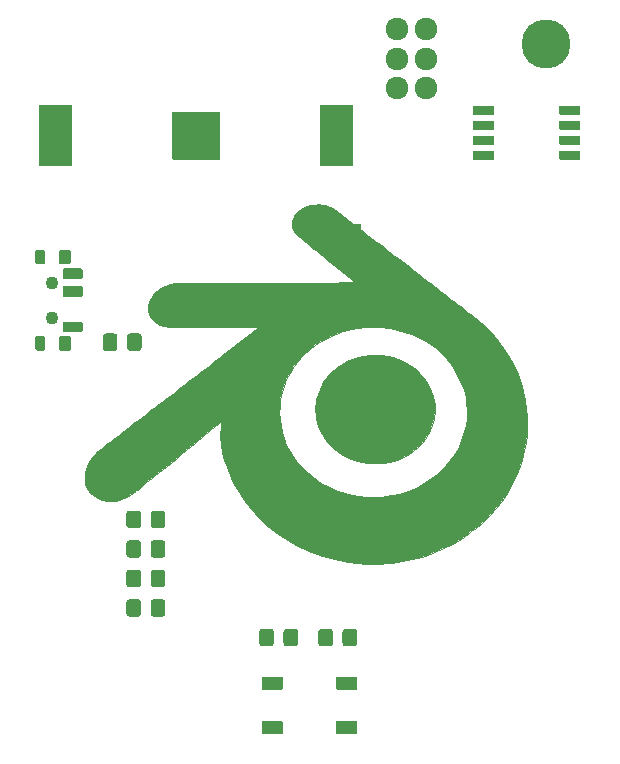
<source format=gbr>
G04 #@! TF.GenerationSoftware,KiCad,Pcbnew,5.1.7-a382d34a8~87~ubuntu20.04.1*
G04 #@! TF.CreationDate,2020-12-28T23:51:54+01:00*
G04 #@! TF.ProjectId,blender_badges,626c656e-6465-4725-9f62-61646765732e,rev?*
G04 #@! TF.SameCoordinates,Original*
G04 #@! TF.FileFunction,Soldermask,Bot*
G04 #@! TF.FilePolarity,Negative*
%FSLAX46Y46*%
G04 Gerber Fmt 4.6, Leading zero omitted, Abs format (unit mm)*
G04 Created by KiCad (PCBNEW 5.1.7-a382d34a8~87~ubuntu20.04.1) date 2020-12-28 23:51:54*
%MOMM*%
%LPD*%
G01*
G04 APERTURE LIST*
%ADD10C,0.010000*%
%ADD11C,4.151867*%
%ADD12C,1.924000*%
%ADD13C,1.102360*%
G04 APERTURE END LIST*
D10*
G36*
X120182245Y-57846844D02*
G01*
X120668240Y-57914053D01*
X121145151Y-58023799D01*
X121609271Y-58175510D01*
X122056887Y-58368610D01*
X122484292Y-58602527D01*
X122887773Y-58876687D01*
X123263623Y-59190515D01*
X123392333Y-59313972D01*
X123721906Y-59675653D01*
X124005960Y-60058956D01*
X124244050Y-60463043D01*
X124435733Y-60887076D01*
X124580569Y-61330214D01*
X124668506Y-61732884D01*
X124695415Y-61947970D01*
X124710186Y-62194747D01*
X124713101Y-62457987D01*
X124704438Y-62722463D01*
X124684479Y-62972948D01*
X124653504Y-63194215D01*
X124640380Y-63260700D01*
X124517951Y-63710706D01*
X124351147Y-64139740D01*
X124142627Y-64546023D01*
X123895051Y-64927779D01*
X123611076Y-65283232D01*
X123293363Y-65610603D01*
X122944569Y-65908116D01*
X122567355Y-66173994D01*
X122164377Y-66406460D01*
X121738297Y-66603738D01*
X121291771Y-66764049D01*
X120827460Y-66885618D01*
X120348023Y-66966667D01*
X119856117Y-67005419D01*
X119354402Y-67000098D01*
X119078086Y-66978039D01*
X118585586Y-66903319D01*
X118106823Y-66784698D01*
X117645093Y-66624392D01*
X117203689Y-66424616D01*
X116785905Y-66187585D01*
X116395036Y-65915514D01*
X116034376Y-65610620D01*
X115707218Y-65275117D01*
X115416859Y-64911221D01*
X115166590Y-64521146D01*
X115026307Y-64253215D01*
X114864715Y-63877184D01*
X114745791Y-63508163D01*
X114666023Y-63132000D01*
X114621897Y-62734538D01*
X114614453Y-62593629D01*
X114611473Y-62247460D01*
X114632740Y-61928716D01*
X114680047Y-61619255D01*
X114734340Y-61379809D01*
X114873789Y-60935534D01*
X115059050Y-60511167D01*
X115288367Y-60108779D01*
X115559987Y-59730445D01*
X115872152Y-59378236D01*
X116223109Y-59054227D01*
X116611103Y-58760489D01*
X117034378Y-58499097D01*
X117283300Y-58369025D01*
X117745882Y-58168955D01*
X118221640Y-58014866D01*
X118706865Y-57906185D01*
X119197848Y-57842336D01*
X119690878Y-57822747D01*
X120182245Y-57846844D01*
G37*
X120182245Y-57846844D02*
X120668240Y-57914053D01*
X121145151Y-58023799D01*
X121609271Y-58175510D01*
X122056887Y-58368610D01*
X122484292Y-58602527D01*
X122887773Y-58876687D01*
X123263623Y-59190515D01*
X123392333Y-59313972D01*
X123721906Y-59675653D01*
X124005960Y-60058956D01*
X124244050Y-60463043D01*
X124435733Y-60887076D01*
X124580569Y-61330214D01*
X124668506Y-61732884D01*
X124695415Y-61947970D01*
X124710186Y-62194747D01*
X124713101Y-62457987D01*
X124704438Y-62722463D01*
X124684479Y-62972948D01*
X124653504Y-63194215D01*
X124640380Y-63260700D01*
X124517951Y-63710706D01*
X124351147Y-64139740D01*
X124142627Y-64546023D01*
X123895051Y-64927779D01*
X123611076Y-65283232D01*
X123293363Y-65610603D01*
X122944569Y-65908116D01*
X122567355Y-66173994D01*
X122164377Y-66406460D01*
X121738297Y-66603738D01*
X121291771Y-66764049D01*
X120827460Y-66885618D01*
X120348023Y-66966667D01*
X119856117Y-67005419D01*
X119354402Y-67000098D01*
X119078086Y-66978039D01*
X118585586Y-66903319D01*
X118106823Y-66784698D01*
X117645093Y-66624392D01*
X117203689Y-66424616D01*
X116785905Y-66187585D01*
X116395036Y-65915514D01*
X116034376Y-65610620D01*
X115707218Y-65275117D01*
X115416859Y-64911221D01*
X115166590Y-64521146D01*
X115026307Y-64253215D01*
X114864715Y-63877184D01*
X114745791Y-63508163D01*
X114666023Y-63132000D01*
X114621897Y-62734538D01*
X114614453Y-62593629D01*
X114611473Y-62247460D01*
X114632740Y-61928716D01*
X114680047Y-61619255D01*
X114734340Y-61379809D01*
X114873789Y-60935534D01*
X115059050Y-60511167D01*
X115288367Y-60108779D01*
X115559987Y-59730445D01*
X115872152Y-59378236D01*
X116223109Y-59054227D01*
X116611103Y-58760489D01*
X117034378Y-58499097D01*
X117283300Y-58369025D01*
X117745882Y-58168955D01*
X118221640Y-58014866D01*
X118706865Y-57906185D01*
X119197848Y-57842336D01*
X119690878Y-57822747D01*
X120182245Y-57846844D01*
G36*
X115154114Y-45102781D02*
G01*
X115481793Y-45163047D01*
X115782113Y-45264263D01*
X116057251Y-45407062D01*
X116168034Y-45481174D01*
X116220867Y-45520101D01*
X116309962Y-45586973D01*
X116431326Y-45678747D01*
X116580968Y-45792381D01*
X116754892Y-45924833D01*
X116949108Y-46073062D01*
X117159621Y-46234026D01*
X117382438Y-46404683D01*
X117613567Y-46581991D01*
X117671473Y-46626458D01*
X117878162Y-46785200D01*
X118120277Y-46971131D01*
X118392947Y-47180513D01*
X118691300Y-47409605D01*
X119010464Y-47654666D01*
X119345569Y-47911956D01*
X119691741Y-48177734D01*
X120044110Y-48448261D01*
X120397805Y-48719796D01*
X120747952Y-48988599D01*
X121089681Y-49250929D01*
X121286600Y-49402088D01*
X121608554Y-49649234D01*
X121933297Y-49898535D01*
X122256867Y-50146951D01*
X122575307Y-50391441D01*
X122884654Y-50628964D01*
X123180951Y-50856480D01*
X123460236Y-51070947D01*
X123718550Y-51269326D01*
X123951934Y-51448575D01*
X124156427Y-51605654D01*
X124328069Y-51737522D01*
X124448900Y-51830377D01*
X124670023Y-52000311D01*
X124911324Y-52185711D01*
X125162496Y-52378660D01*
X125413228Y-52571240D01*
X125653211Y-52755532D01*
X125872138Y-52923619D01*
X126036400Y-53049703D01*
X126395300Y-53325197D01*
X126716572Y-53571982D01*
X127002923Y-53792230D01*
X127257063Y-53988112D01*
X127481701Y-54161797D01*
X127679544Y-54315456D01*
X127853303Y-54451260D01*
X128005686Y-54571380D01*
X128139401Y-54677986D01*
X128257159Y-54773249D01*
X128361666Y-54859339D01*
X128455633Y-54938427D01*
X128541768Y-55012683D01*
X128622780Y-55084278D01*
X128701378Y-55155383D01*
X128780271Y-55228169D01*
X128862167Y-55304805D01*
X128926992Y-55365928D01*
X129433533Y-55876635D01*
X129913556Y-56425215D01*
X130362141Y-57004949D01*
X130774369Y-57609121D01*
X131145319Y-58231012D01*
X131435004Y-58790300D01*
X131736632Y-59474526D01*
X131990690Y-60173691D01*
X132196837Y-60885291D01*
X132354734Y-61606824D01*
X132464039Y-62335788D01*
X132524412Y-63069680D01*
X132535512Y-63806000D01*
X132496999Y-64542244D01*
X132408531Y-65275910D01*
X132358345Y-65572100D01*
X132201130Y-66288126D01*
X131995297Y-66992752D01*
X131742167Y-67683887D01*
X131443061Y-68359444D01*
X131099300Y-69017332D01*
X130712207Y-69655463D01*
X130283101Y-70271748D01*
X129813304Y-70864098D01*
X129304137Y-71430424D01*
X128756922Y-71968636D01*
X128172979Y-72476646D01*
X127811452Y-72761594D01*
X127171899Y-73216457D01*
X126498639Y-73636152D01*
X125797070Y-74017938D01*
X125072589Y-74359076D01*
X124330594Y-74656823D01*
X123593393Y-74903352D01*
X122787888Y-75120190D01*
X121965736Y-75290118D01*
X121131880Y-75412208D01*
X120600800Y-75464302D01*
X120458133Y-75473634D01*
X120279965Y-75482189D01*
X120076797Y-75489743D01*
X119859134Y-75496073D01*
X119637480Y-75500955D01*
X119422338Y-75504165D01*
X119224213Y-75505479D01*
X119053607Y-75504674D01*
X118921025Y-75501526D01*
X118899000Y-75500546D01*
X118112013Y-75443404D01*
X117355094Y-75350790D01*
X116620639Y-75221315D01*
X115901048Y-75053590D01*
X115188717Y-74846226D01*
X115025500Y-74792909D01*
X114241931Y-74506843D01*
X113489878Y-74181188D01*
X112768271Y-73815332D01*
X112076044Y-73408662D01*
X111412129Y-72960562D01*
X110775457Y-72470421D01*
X110351900Y-72107766D01*
X109810379Y-71593410D01*
X109304636Y-71050558D01*
X108836145Y-70481916D01*
X108406380Y-69890190D01*
X108016815Y-69278083D01*
X107668925Y-68648303D01*
X107364184Y-68003554D01*
X107104066Y-67346542D01*
X106890044Y-66679972D01*
X106723594Y-66006550D01*
X106606188Y-65328981D01*
X106590012Y-65203800D01*
X106569993Y-64971177D01*
X106561208Y-64702800D01*
X106563441Y-64412406D01*
X106576478Y-64113733D01*
X106600104Y-63820519D01*
X106613548Y-63698850D01*
X106626181Y-63588365D01*
X106635050Y-63499327D01*
X106639221Y-63441983D01*
X106638463Y-63425800D01*
X106618274Y-63441616D01*
X106560823Y-63487957D01*
X106468146Y-63563158D01*
X106342284Y-63665554D01*
X106185272Y-63793481D01*
X105999151Y-63945275D01*
X105785957Y-64119271D01*
X105547729Y-64313806D01*
X105286504Y-64527215D01*
X105004322Y-64757833D01*
X104703220Y-65003997D01*
X104385236Y-65264042D01*
X104052408Y-65536304D01*
X103706775Y-65819118D01*
X103350373Y-66110820D01*
X103334978Y-66123422D01*
X102862324Y-66510332D01*
X102427341Y-66866401D01*
X102028390Y-67192963D01*
X101663828Y-67491349D01*
X101332013Y-67762893D01*
X101031306Y-68008927D01*
X100760063Y-68230783D01*
X100516643Y-68429794D01*
X100299406Y-68607293D01*
X100106710Y-68764613D01*
X99936913Y-68903084D01*
X99788374Y-69024041D01*
X99659451Y-69128816D01*
X99548504Y-69218741D01*
X99453890Y-69295149D01*
X99373968Y-69359373D01*
X99307097Y-69412744D01*
X99251635Y-69456595D01*
X99205942Y-69492260D01*
X99168374Y-69521070D01*
X99137292Y-69544358D01*
X99111054Y-69563457D01*
X99088018Y-69579699D01*
X99066542Y-69594417D01*
X99044986Y-69608943D01*
X99024696Y-69622592D01*
X98697901Y-69817110D01*
X98353271Y-69973596D01*
X97997942Y-70090134D01*
X97639051Y-70164811D01*
X97283732Y-70195712D01*
X96942251Y-70181276D01*
X96604411Y-70120945D01*
X96293701Y-70019853D01*
X96012280Y-69879758D01*
X95762309Y-69702420D01*
X95545945Y-69489599D01*
X95365347Y-69243053D01*
X95222676Y-68964542D01*
X95133818Y-68707530D01*
X95113200Y-68617012D01*
X95099614Y-68513582D01*
X95092094Y-68385586D01*
X95089676Y-68221372D01*
X95089746Y-68175600D01*
X95091719Y-68015327D01*
X95097355Y-67890425D01*
X95108361Y-67785503D01*
X95126445Y-67685169D01*
X95153315Y-67574030D01*
X95158787Y-67553300D01*
X95268771Y-67228234D01*
X95423197Y-66904572D01*
X95616370Y-66591896D01*
X95842595Y-66299788D01*
X96011256Y-66118929D01*
X96068782Y-66066458D01*
X96162198Y-65987015D01*
X96286891Y-65884290D01*
X96438249Y-65761976D01*
X96611659Y-65623763D01*
X96802510Y-65473341D01*
X97006187Y-65314403D01*
X97218080Y-65150639D01*
X97296300Y-65090589D01*
X97452659Y-64970742D01*
X97645707Y-64822725D01*
X97871837Y-64649306D01*
X98127444Y-64453251D01*
X98408922Y-64237327D01*
X98712666Y-64004301D01*
X99035069Y-63756939D01*
X99372525Y-63498007D01*
X99721429Y-63230272D01*
X100078174Y-62956501D01*
X100439156Y-62679460D01*
X100459559Y-62663800D01*
X111558400Y-62663800D01*
X111583329Y-63236439D01*
X111657255Y-63799820D01*
X111778882Y-64351857D01*
X111946915Y-64890469D01*
X112160060Y-65413570D01*
X112417023Y-65919077D01*
X112716508Y-66404905D01*
X113057220Y-66868972D01*
X113437865Y-67309193D01*
X113857149Y-67723485D01*
X114313776Y-68109763D01*
X114806452Y-68465943D01*
X115333882Y-68789943D01*
X115381100Y-68816391D01*
X115919720Y-69087766D01*
X116488380Y-69320493D01*
X117082739Y-69513322D01*
X117698456Y-69665005D01*
X118331191Y-69774291D01*
X118924400Y-69836301D01*
X119034389Y-69840956D01*
X119184419Y-69842620D01*
X119363836Y-69841600D01*
X119561988Y-69838203D01*
X119768221Y-69832735D01*
X119971885Y-69825503D01*
X120162324Y-69816815D01*
X120328888Y-69806977D01*
X120460923Y-69796296D01*
X120511900Y-69790575D01*
X121135100Y-69690780D01*
X121726264Y-69556716D01*
X122292418Y-69386586D01*
X122734400Y-69222361D01*
X123285411Y-68974322D01*
X123814440Y-68685570D01*
X124318497Y-68358905D01*
X124794590Y-67997130D01*
X125239728Y-67603048D01*
X125650922Y-67179459D01*
X126025179Y-66729166D01*
X126359509Y-66254972D01*
X126650921Y-65759677D01*
X126839177Y-65376796D01*
X127053797Y-64846861D01*
X127219085Y-64315341D01*
X127336033Y-63777234D01*
X127405634Y-63227531D01*
X127428882Y-62661230D01*
X127425227Y-62422500D01*
X127394421Y-61929681D01*
X127332095Y-61464569D01*
X127235823Y-61013226D01*
X127103178Y-60561713D01*
X127099147Y-60549623D01*
X126890120Y-60003413D01*
X126636762Y-59479413D01*
X126341221Y-58979334D01*
X126005648Y-58504886D01*
X125632192Y-58057779D01*
X125223002Y-57639725D01*
X124780227Y-57252435D01*
X124306017Y-56897619D01*
X123802521Y-56576988D01*
X123271888Y-56292253D01*
X122716268Y-56045125D01*
X122137810Y-55837314D01*
X121538662Y-55670531D01*
X120920976Y-55546487D01*
X120787563Y-55525801D01*
X120137308Y-55454715D01*
X119488504Y-55432174D01*
X118844018Y-55457402D01*
X118206713Y-55529623D01*
X117579454Y-55648062D01*
X116965106Y-55811944D01*
X116366535Y-56020492D01*
X115786604Y-56272933D01*
X115228179Y-56568490D01*
X114694124Y-56906388D01*
X114187304Y-57285852D01*
X114139218Y-57325239D01*
X113994309Y-57450673D01*
X113830702Y-57601924D01*
X113658364Y-57768964D01*
X113487267Y-57941765D01*
X113327379Y-58110298D01*
X113188669Y-58264536D01*
X113099406Y-58371200D01*
X112738786Y-58861142D01*
X112425372Y-59367936D01*
X112159561Y-59890472D01*
X111941751Y-60427641D01*
X111772342Y-60978334D01*
X111651731Y-61541440D01*
X111580316Y-62115851D01*
X111558400Y-62663800D01*
X100459559Y-62663800D01*
X100800768Y-62401916D01*
X101159404Y-62126636D01*
X101220600Y-62079662D01*
X101619026Y-61773825D01*
X102051317Y-61441996D01*
X102511041Y-61089114D01*
X102991763Y-60720115D01*
X103487051Y-60339939D01*
X103990471Y-59953522D01*
X104495591Y-59565804D01*
X104995975Y-59181722D01*
X105485193Y-58806214D01*
X105956809Y-58444219D01*
X106404391Y-58100674D01*
X106821506Y-57780517D01*
X106946866Y-57684298D01*
X109841033Y-55462900D01*
X105892766Y-55449309D01*
X105365406Y-55447533D01*
X104886321Y-55445950D01*
X104452988Y-55444474D01*
X104062883Y-55443020D01*
X103713482Y-55441501D01*
X103402262Y-55439832D01*
X103126699Y-55437928D01*
X102884268Y-55435702D01*
X102672447Y-55433068D01*
X102488712Y-55429941D01*
X102330539Y-55426236D01*
X102195403Y-55421865D01*
X102080782Y-55416745D01*
X101984152Y-55410788D01*
X101902989Y-55403909D01*
X101834769Y-55396022D01*
X101776968Y-55387042D01*
X101727063Y-55376882D01*
X101682530Y-55365458D01*
X101640845Y-55352682D01*
X101599485Y-55338470D01*
X101555925Y-55322735D01*
X101507643Y-55305393D01*
X101491475Y-55299730D01*
X101243848Y-55190148D01*
X101017832Y-55043565D01*
X100819640Y-54866053D01*
X100655480Y-54663688D01*
X100531565Y-54442544D01*
X100481961Y-54312431D01*
X100441314Y-54126139D01*
X100425995Y-53915899D01*
X100435939Y-53701763D01*
X100471082Y-53503783D01*
X100484693Y-53456300D01*
X100606070Y-53154162D01*
X100772120Y-52873156D01*
X100980310Y-52615655D01*
X101228104Y-52384029D01*
X101512967Y-52180652D01*
X101832366Y-52007893D01*
X102181125Y-51869009D01*
X102234247Y-51850995D01*
X102283045Y-51834459D01*
X102329781Y-51819337D01*
X102376720Y-51805563D01*
X102426124Y-51793072D01*
X102480257Y-51781800D01*
X102541382Y-51771682D01*
X102611761Y-51762653D01*
X102693658Y-51754648D01*
X102789336Y-51747603D01*
X102901059Y-51741452D01*
X103031090Y-51736132D01*
X103181691Y-51731575D01*
X103355126Y-51727719D01*
X103553658Y-51724499D01*
X103779551Y-51721848D01*
X104035067Y-51719703D01*
X104322469Y-51717999D01*
X104644021Y-51716671D01*
X105001987Y-51715654D01*
X105398628Y-51714883D01*
X105836209Y-51714293D01*
X106316992Y-51713820D01*
X106843241Y-51713399D01*
X107417218Y-51712964D01*
X107634100Y-51712794D01*
X108173129Y-51712282D01*
X108728736Y-51711605D01*
X109296042Y-51710773D01*
X109870170Y-51709801D01*
X110446241Y-51708699D01*
X111019377Y-51707482D01*
X111584700Y-51706160D01*
X112137331Y-51704746D01*
X112672392Y-51703253D01*
X113185004Y-51701693D01*
X113670291Y-51700078D01*
X114123372Y-51698421D01*
X114539371Y-51696734D01*
X114913408Y-51695030D01*
X115182852Y-51693642D01*
X117981805Y-51678300D01*
X115529046Y-49684400D01*
X115218671Y-49431814D01*
X114917695Y-49186344D01*
X114628651Y-48950081D01*
X114354072Y-48725118D01*
X114096489Y-48513546D01*
X113858434Y-48317459D01*
X113642440Y-48138948D01*
X113451039Y-47980106D01*
X113286762Y-47843024D01*
X113152142Y-47729796D01*
X113049712Y-47642512D01*
X112982002Y-47583267D01*
X112953162Y-47555998D01*
X112879727Y-47464094D01*
X112802699Y-47349216D01*
X112738035Y-47235279D01*
X112734725Y-47228647D01*
X112688828Y-47131210D01*
X112659678Y-47052003D01*
X112642746Y-46972101D01*
X112633505Y-46872578D01*
X112629492Y-46788780D01*
X112637480Y-46543159D01*
X112684310Y-46320351D01*
X112773009Y-46112962D01*
X112906608Y-45913598D01*
X113056747Y-45745917D01*
X113301519Y-45535253D01*
X113577463Y-45363396D01*
X113881724Y-45231435D01*
X114211444Y-45140457D01*
X114563767Y-45091551D01*
X114796900Y-45082833D01*
X115154114Y-45102781D01*
G37*
X115154114Y-45102781D02*
X115481793Y-45163047D01*
X115782113Y-45264263D01*
X116057251Y-45407062D01*
X116168034Y-45481174D01*
X116220867Y-45520101D01*
X116309962Y-45586973D01*
X116431326Y-45678747D01*
X116580968Y-45792381D01*
X116754892Y-45924833D01*
X116949108Y-46073062D01*
X117159621Y-46234026D01*
X117382438Y-46404683D01*
X117613567Y-46581991D01*
X117671473Y-46626458D01*
X117878162Y-46785200D01*
X118120277Y-46971131D01*
X118392947Y-47180513D01*
X118691300Y-47409605D01*
X119010464Y-47654666D01*
X119345569Y-47911956D01*
X119691741Y-48177734D01*
X120044110Y-48448261D01*
X120397805Y-48719796D01*
X120747952Y-48988599D01*
X121089681Y-49250929D01*
X121286600Y-49402088D01*
X121608554Y-49649234D01*
X121933297Y-49898535D01*
X122256867Y-50146951D01*
X122575307Y-50391441D01*
X122884654Y-50628964D01*
X123180951Y-50856480D01*
X123460236Y-51070947D01*
X123718550Y-51269326D01*
X123951934Y-51448575D01*
X124156427Y-51605654D01*
X124328069Y-51737522D01*
X124448900Y-51830377D01*
X124670023Y-52000311D01*
X124911324Y-52185711D01*
X125162496Y-52378660D01*
X125413228Y-52571240D01*
X125653211Y-52755532D01*
X125872138Y-52923619D01*
X126036400Y-53049703D01*
X126395300Y-53325197D01*
X126716572Y-53571982D01*
X127002923Y-53792230D01*
X127257063Y-53988112D01*
X127481701Y-54161797D01*
X127679544Y-54315456D01*
X127853303Y-54451260D01*
X128005686Y-54571380D01*
X128139401Y-54677986D01*
X128257159Y-54773249D01*
X128361666Y-54859339D01*
X128455633Y-54938427D01*
X128541768Y-55012683D01*
X128622780Y-55084278D01*
X128701378Y-55155383D01*
X128780271Y-55228169D01*
X128862167Y-55304805D01*
X128926992Y-55365928D01*
X129433533Y-55876635D01*
X129913556Y-56425215D01*
X130362141Y-57004949D01*
X130774369Y-57609121D01*
X131145319Y-58231012D01*
X131435004Y-58790300D01*
X131736632Y-59474526D01*
X131990690Y-60173691D01*
X132196837Y-60885291D01*
X132354734Y-61606824D01*
X132464039Y-62335788D01*
X132524412Y-63069680D01*
X132535512Y-63806000D01*
X132496999Y-64542244D01*
X132408531Y-65275910D01*
X132358345Y-65572100D01*
X132201130Y-66288126D01*
X131995297Y-66992752D01*
X131742167Y-67683887D01*
X131443061Y-68359444D01*
X131099300Y-69017332D01*
X130712207Y-69655463D01*
X130283101Y-70271748D01*
X129813304Y-70864098D01*
X129304137Y-71430424D01*
X128756922Y-71968636D01*
X128172979Y-72476646D01*
X127811452Y-72761594D01*
X127171899Y-73216457D01*
X126498639Y-73636152D01*
X125797070Y-74017938D01*
X125072589Y-74359076D01*
X124330594Y-74656823D01*
X123593393Y-74903352D01*
X122787888Y-75120190D01*
X121965736Y-75290118D01*
X121131880Y-75412208D01*
X120600800Y-75464302D01*
X120458133Y-75473634D01*
X120279965Y-75482189D01*
X120076797Y-75489743D01*
X119859134Y-75496073D01*
X119637480Y-75500955D01*
X119422338Y-75504165D01*
X119224213Y-75505479D01*
X119053607Y-75504674D01*
X118921025Y-75501526D01*
X118899000Y-75500546D01*
X118112013Y-75443404D01*
X117355094Y-75350790D01*
X116620639Y-75221315D01*
X115901048Y-75053590D01*
X115188717Y-74846226D01*
X115025500Y-74792909D01*
X114241931Y-74506843D01*
X113489878Y-74181188D01*
X112768271Y-73815332D01*
X112076044Y-73408662D01*
X111412129Y-72960562D01*
X110775457Y-72470421D01*
X110351900Y-72107766D01*
X109810379Y-71593410D01*
X109304636Y-71050558D01*
X108836145Y-70481916D01*
X108406380Y-69890190D01*
X108016815Y-69278083D01*
X107668925Y-68648303D01*
X107364184Y-68003554D01*
X107104066Y-67346542D01*
X106890044Y-66679972D01*
X106723594Y-66006550D01*
X106606188Y-65328981D01*
X106590012Y-65203800D01*
X106569993Y-64971177D01*
X106561208Y-64702800D01*
X106563441Y-64412406D01*
X106576478Y-64113733D01*
X106600104Y-63820519D01*
X106613548Y-63698850D01*
X106626181Y-63588365D01*
X106635050Y-63499327D01*
X106639221Y-63441983D01*
X106638463Y-63425800D01*
X106618274Y-63441616D01*
X106560823Y-63487957D01*
X106468146Y-63563158D01*
X106342284Y-63665554D01*
X106185272Y-63793481D01*
X105999151Y-63945275D01*
X105785957Y-64119271D01*
X105547729Y-64313806D01*
X105286504Y-64527215D01*
X105004322Y-64757833D01*
X104703220Y-65003997D01*
X104385236Y-65264042D01*
X104052408Y-65536304D01*
X103706775Y-65819118D01*
X103350373Y-66110820D01*
X103334978Y-66123422D01*
X102862324Y-66510332D01*
X102427341Y-66866401D01*
X102028390Y-67192963D01*
X101663828Y-67491349D01*
X101332013Y-67762893D01*
X101031306Y-68008927D01*
X100760063Y-68230783D01*
X100516643Y-68429794D01*
X100299406Y-68607293D01*
X100106710Y-68764613D01*
X99936913Y-68903084D01*
X99788374Y-69024041D01*
X99659451Y-69128816D01*
X99548504Y-69218741D01*
X99453890Y-69295149D01*
X99373968Y-69359373D01*
X99307097Y-69412744D01*
X99251635Y-69456595D01*
X99205942Y-69492260D01*
X99168374Y-69521070D01*
X99137292Y-69544358D01*
X99111054Y-69563457D01*
X99088018Y-69579699D01*
X99066542Y-69594417D01*
X99044986Y-69608943D01*
X99024696Y-69622592D01*
X98697901Y-69817110D01*
X98353271Y-69973596D01*
X97997942Y-70090134D01*
X97639051Y-70164811D01*
X97283732Y-70195712D01*
X96942251Y-70181276D01*
X96604411Y-70120945D01*
X96293701Y-70019853D01*
X96012280Y-69879758D01*
X95762309Y-69702420D01*
X95545945Y-69489599D01*
X95365347Y-69243053D01*
X95222676Y-68964542D01*
X95133818Y-68707530D01*
X95113200Y-68617012D01*
X95099614Y-68513582D01*
X95092094Y-68385586D01*
X95089676Y-68221372D01*
X95089746Y-68175600D01*
X95091719Y-68015327D01*
X95097355Y-67890425D01*
X95108361Y-67785503D01*
X95126445Y-67685169D01*
X95153315Y-67574030D01*
X95158787Y-67553300D01*
X95268771Y-67228234D01*
X95423197Y-66904572D01*
X95616370Y-66591896D01*
X95842595Y-66299788D01*
X96011256Y-66118929D01*
X96068782Y-66066458D01*
X96162198Y-65987015D01*
X96286891Y-65884290D01*
X96438249Y-65761976D01*
X96611659Y-65623763D01*
X96802510Y-65473341D01*
X97006187Y-65314403D01*
X97218080Y-65150639D01*
X97296300Y-65090589D01*
X97452659Y-64970742D01*
X97645707Y-64822725D01*
X97871837Y-64649306D01*
X98127444Y-64453251D01*
X98408922Y-64237327D01*
X98712666Y-64004301D01*
X99035069Y-63756939D01*
X99372525Y-63498007D01*
X99721429Y-63230272D01*
X100078174Y-62956501D01*
X100439156Y-62679460D01*
X100459559Y-62663800D01*
X111558400Y-62663800D01*
X111583329Y-63236439D01*
X111657255Y-63799820D01*
X111778882Y-64351857D01*
X111946915Y-64890469D01*
X112160060Y-65413570D01*
X112417023Y-65919077D01*
X112716508Y-66404905D01*
X113057220Y-66868972D01*
X113437865Y-67309193D01*
X113857149Y-67723485D01*
X114313776Y-68109763D01*
X114806452Y-68465943D01*
X115333882Y-68789943D01*
X115381100Y-68816391D01*
X115919720Y-69087766D01*
X116488380Y-69320493D01*
X117082739Y-69513322D01*
X117698456Y-69665005D01*
X118331191Y-69774291D01*
X118924400Y-69836301D01*
X119034389Y-69840956D01*
X119184419Y-69842620D01*
X119363836Y-69841600D01*
X119561988Y-69838203D01*
X119768221Y-69832735D01*
X119971885Y-69825503D01*
X120162324Y-69816815D01*
X120328888Y-69806977D01*
X120460923Y-69796296D01*
X120511900Y-69790575D01*
X121135100Y-69690780D01*
X121726264Y-69556716D01*
X122292418Y-69386586D01*
X122734400Y-69222361D01*
X123285411Y-68974322D01*
X123814440Y-68685570D01*
X124318497Y-68358905D01*
X124794590Y-67997130D01*
X125239728Y-67603048D01*
X125650922Y-67179459D01*
X126025179Y-66729166D01*
X126359509Y-66254972D01*
X126650921Y-65759677D01*
X126839177Y-65376796D01*
X127053797Y-64846861D01*
X127219085Y-64315341D01*
X127336033Y-63777234D01*
X127405634Y-63227531D01*
X127428882Y-62661230D01*
X127425227Y-62422500D01*
X127394421Y-61929681D01*
X127332095Y-61464569D01*
X127235823Y-61013226D01*
X127103178Y-60561713D01*
X127099147Y-60549623D01*
X126890120Y-60003413D01*
X126636762Y-59479413D01*
X126341221Y-58979334D01*
X126005648Y-58504886D01*
X125632192Y-58057779D01*
X125223002Y-57639725D01*
X124780227Y-57252435D01*
X124306017Y-56897619D01*
X123802521Y-56576988D01*
X123271888Y-56292253D01*
X122716268Y-56045125D01*
X122137810Y-55837314D01*
X121538662Y-55670531D01*
X120920976Y-55546487D01*
X120787563Y-55525801D01*
X120137308Y-55454715D01*
X119488504Y-55432174D01*
X118844018Y-55457402D01*
X118206713Y-55529623D01*
X117579454Y-55648062D01*
X116965106Y-55811944D01*
X116366535Y-56020492D01*
X115786604Y-56272933D01*
X115228179Y-56568490D01*
X114694124Y-56906388D01*
X114187304Y-57285852D01*
X114139218Y-57325239D01*
X113994309Y-57450673D01*
X113830702Y-57601924D01*
X113658364Y-57768964D01*
X113487267Y-57941765D01*
X113327379Y-58110298D01*
X113188669Y-58264536D01*
X113099406Y-58371200D01*
X112738786Y-58861142D01*
X112425372Y-59367936D01*
X112159561Y-59890472D01*
X111941751Y-60427641D01*
X111772342Y-60978334D01*
X111651731Y-61541440D01*
X111580316Y-62115851D01*
X111558400Y-62663800D01*
X100459559Y-62663800D01*
X100800768Y-62401916D01*
X101159404Y-62126636D01*
X101220600Y-62079662D01*
X101619026Y-61773825D01*
X102051317Y-61441996D01*
X102511041Y-61089114D01*
X102991763Y-60720115D01*
X103487051Y-60339939D01*
X103990471Y-59953522D01*
X104495591Y-59565804D01*
X104995975Y-59181722D01*
X105485193Y-58806214D01*
X105956809Y-58444219D01*
X106404391Y-58100674D01*
X106821506Y-57780517D01*
X106946866Y-57684298D01*
X109841033Y-55462900D01*
X105892766Y-55449309D01*
X105365406Y-55447533D01*
X104886321Y-55445950D01*
X104452988Y-55444474D01*
X104062883Y-55443020D01*
X103713482Y-55441501D01*
X103402262Y-55439832D01*
X103126699Y-55437928D01*
X102884268Y-55435702D01*
X102672447Y-55433068D01*
X102488712Y-55429941D01*
X102330539Y-55426236D01*
X102195403Y-55421865D01*
X102080782Y-55416745D01*
X101984152Y-55410788D01*
X101902989Y-55403909D01*
X101834769Y-55396022D01*
X101776968Y-55387042D01*
X101727063Y-55376882D01*
X101682530Y-55365458D01*
X101640845Y-55352682D01*
X101599485Y-55338470D01*
X101555925Y-55322735D01*
X101507643Y-55305393D01*
X101491475Y-55299730D01*
X101243848Y-55190148D01*
X101017832Y-55043565D01*
X100819640Y-54866053D01*
X100655480Y-54663688D01*
X100531565Y-54442544D01*
X100481961Y-54312431D01*
X100441314Y-54126139D01*
X100425995Y-53915899D01*
X100435939Y-53701763D01*
X100471082Y-53503783D01*
X100484693Y-53456300D01*
X100606070Y-53154162D01*
X100772120Y-52873156D01*
X100980310Y-52615655D01*
X101228104Y-52384029D01*
X101512967Y-52180652D01*
X101832366Y-52007893D01*
X102181125Y-51869009D01*
X102234247Y-51850995D01*
X102283045Y-51834459D01*
X102329781Y-51819337D01*
X102376720Y-51805563D01*
X102426124Y-51793072D01*
X102480257Y-51781800D01*
X102541382Y-51771682D01*
X102611761Y-51762653D01*
X102693658Y-51754648D01*
X102789336Y-51747603D01*
X102901059Y-51741452D01*
X103031090Y-51736132D01*
X103181691Y-51731575D01*
X103355126Y-51727719D01*
X103553658Y-51724499D01*
X103779551Y-51721848D01*
X104035067Y-51719703D01*
X104322469Y-51717999D01*
X104644021Y-51716671D01*
X105001987Y-51715654D01*
X105398628Y-51714883D01*
X105836209Y-51714293D01*
X106316992Y-51713820D01*
X106843241Y-51713399D01*
X107417218Y-51712964D01*
X107634100Y-51712794D01*
X108173129Y-51712282D01*
X108728736Y-51711605D01*
X109296042Y-51710773D01*
X109870170Y-51709801D01*
X110446241Y-51708699D01*
X111019377Y-51707482D01*
X111584700Y-51706160D01*
X112137331Y-51704746D01*
X112672392Y-51703253D01*
X113185004Y-51701693D01*
X113670291Y-51700078D01*
X114123372Y-51698421D01*
X114539371Y-51696734D01*
X114913408Y-51695030D01*
X115182852Y-51693642D01*
X117981805Y-51678300D01*
X115529046Y-49684400D01*
X115218671Y-49431814D01*
X114917695Y-49186344D01*
X114628651Y-48950081D01*
X114354072Y-48725118D01*
X114096489Y-48513546D01*
X113858434Y-48317459D01*
X113642440Y-48138948D01*
X113451039Y-47980106D01*
X113286762Y-47843024D01*
X113152142Y-47729796D01*
X113049712Y-47642512D01*
X112982002Y-47583267D01*
X112953162Y-47555998D01*
X112879727Y-47464094D01*
X112802699Y-47349216D01*
X112738035Y-47235279D01*
X112734725Y-47228647D01*
X112688828Y-47131210D01*
X112659678Y-47052003D01*
X112642746Y-46972101D01*
X112633505Y-46872578D01*
X112629492Y-46788780D01*
X112637480Y-46543159D01*
X112684310Y-46320351D01*
X112773009Y-46112962D01*
X112906608Y-45913598D01*
X113056747Y-45745917D01*
X113301519Y-45535253D01*
X113577463Y-45363396D01*
X113881724Y-45231435D01*
X114211444Y-45140457D01*
X114563767Y-45091551D01*
X114796900Y-45082833D01*
X115154114Y-45102781D01*
G36*
X120182245Y-57846844D02*
G01*
X120668240Y-57914053D01*
X121145151Y-58023799D01*
X121609271Y-58175510D01*
X122056887Y-58368610D01*
X122484292Y-58602527D01*
X122887773Y-58876687D01*
X123263623Y-59190515D01*
X123392333Y-59313972D01*
X123721906Y-59675653D01*
X124005960Y-60058956D01*
X124244050Y-60463043D01*
X124435733Y-60887076D01*
X124580569Y-61330214D01*
X124668506Y-61732884D01*
X124695415Y-61947970D01*
X124710186Y-62194747D01*
X124713101Y-62457987D01*
X124704438Y-62722463D01*
X124684479Y-62972948D01*
X124653504Y-63194215D01*
X124640380Y-63260700D01*
X124517951Y-63710706D01*
X124351147Y-64139740D01*
X124142627Y-64546023D01*
X123895051Y-64927779D01*
X123611076Y-65283232D01*
X123293363Y-65610603D01*
X122944569Y-65908116D01*
X122567355Y-66173994D01*
X122164377Y-66406460D01*
X121738297Y-66603738D01*
X121291771Y-66764049D01*
X120827460Y-66885618D01*
X120348023Y-66966667D01*
X119856117Y-67005419D01*
X119354402Y-67000098D01*
X119078086Y-66978039D01*
X118585586Y-66903319D01*
X118106823Y-66784698D01*
X117645093Y-66624392D01*
X117203689Y-66424616D01*
X116785905Y-66187585D01*
X116395036Y-65915514D01*
X116034376Y-65610620D01*
X115707218Y-65275117D01*
X115416859Y-64911221D01*
X115166590Y-64521146D01*
X115026307Y-64253215D01*
X114864715Y-63877184D01*
X114745791Y-63508163D01*
X114666023Y-63132000D01*
X114621897Y-62734538D01*
X114614453Y-62593629D01*
X114611473Y-62247460D01*
X114632740Y-61928716D01*
X114680047Y-61619255D01*
X114734340Y-61379809D01*
X114873789Y-60935534D01*
X115059050Y-60511167D01*
X115288367Y-60108779D01*
X115559987Y-59730445D01*
X115872152Y-59378236D01*
X116223109Y-59054227D01*
X116611103Y-58760489D01*
X117034378Y-58499097D01*
X117283300Y-58369025D01*
X117745882Y-58168955D01*
X118221640Y-58014866D01*
X118706865Y-57906185D01*
X119197848Y-57842336D01*
X119690878Y-57822747D01*
X120182245Y-57846844D01*
G37*
X120182245Y-57846844D02*
X120668240Y-57914053D01*
X121145151Y-58023799D01*
X121609271Y-58175510D01*
X122056887Y-58368610D01*
X122484292Y-58602527D01*
X122887773Y-58876687D01*
X123263623Y-59190515D01*
X123392333Y-59313972D01*
X123721906Y-59675653D01*
X124005960Y-60058956D01*
X124244050Y-60463043D01*
X124435733Y-60887076D01*
X124580569Y-61330214D01*
X124668506Y-61732884D01*
X124695415Y-61947970D01*
X124710186Y-62194747D01*
X124713101Y-62457987D01*
X124704438Y-62722463D01*
X124684479Y-62972948D01*
X124653504Y-63194215D01*
X124640380Y-63260700D01*
X124517951Y-63710706D01*
X124351147Y-64139740D01*
X124142627Y-64546023D01*
X123895051Y-64927779D01*
X123611076Y-65283232D01*
X123293363Y-65610603D01*
X122944569Y-65908116D01*
X122567355Y-66173994D01*
X122164377Y-66406460D01*
X121738297Y-66603738D01*
X121291771Y-66764049D01*
X120827460Y-66885618D01*
X120348023Y-66966667D01*
X119856117Y-67005419D01*
X119354402Y-67000098D01*
X119078086Y-66978039D01*
X118585586Y-66903319D01*
X118106823Y-66784698D01*
X117645093Y-66624392D01*
X117203689Y-66424616D01*
X116785905Y-66187585D01*
X116395036Y-65915514D01*
X116034376Y-65610620D01*
X115707218Y-65275117D01*
X115416859Y-64911221D01*
X115166590Y-64521146D01*
X115026307Y-64253215D01*
X114864715Y-63877184D01*
X114745791Y-63508163D01*
X114666023Y-63132000D01*
X114621897Y-62734538D01*
X114614453Y-62593629D01*
X114611473Y-62247460D01*
X114632740Y-61928716D01*
X114680047Y-61619255D01*
X114734340Y-61379809D01*
X114873789Y-60935534D01*
X115059050Y-60511167D01*
X115288367Y-60108779D01*
X115559987Y-59730445D01*
X115872152Y-59378236D01*
X116223109Y-59054227D01*
X116611103Y-58760489D01*
X117034378Y-58499097D01*
X117283300Y-58369025D01*
X117745882Y-58168955D01*
X118221640Y-58014866D01*
X118706865Y-57906185D01*
X119197848Y-57842336D01*
X119690878Y-57822747D01*
X120182245Y-57846844D01*
G36*
X115154114Y-45102781D02*
G01*
X115481793Y-45163047D01*
X115782113Y-45264263D01*
X116057251Y-45407062D01*
X116168034Y-45481174D01*
X116220867Y-45520101D01*
X116309962Y-45586973D01*
X116431326Y-45678747D01*
X116580968Y-45792381D01*
X116754892Y-45924833D01*
X116949108Y-46073062D01*
X117159621Y-46234026D01*
X117382438Y-46404683D01*
X117613567Y-46581991D01*
X117671473Y-46626458D01*
X117878162Y-46785200D01*
X118120277Y-46971131D01*
X118392947Y-47180513D01*
X118691300Y-47409605D01*
X119010464Y-47654666D01*
X119345569Y-47911956D01*
X119691741Y-48177734D01*
X120044110Y-48448261D01*
X120397805Y-48719796D01*
X120747952Y-48988599D01*
X121089681Y-49250929D01*
X121286600Y-49402088D01*
X121608554Y-49649234D01*
X121933297Y-49898535D01*
X122256867Y-50146951D01*
X122575307Y-50391441D01*
X122884654Y-50628964D01*
X123180951Y-50856480D01*
X123460236Y-51070947D01*
X123718550Y-51269326D01*
X123951934Y-51448575D01*
X124156427Y-51605654D01*
X124328069Y-51737522D01*
X124448900Y-51830377D01*
X124670023Y-52000311D01*
X124911324Y-52185711D01*
X125162496Y-52378660D01*
X125413228Y-52571240D01*
X125653211Y-52755532D01*
X125872138Y-52923619D01*
X126036400Y-53049703D01*
X126395300Y-53325197D01*
X126716572Y-53571982D01*
X127002923Y-53792230D01*
X127257063Y-53988112D01*
X127481701Y-54161797D01*
X127679544Y-54315456D01*
X127853303Y-54451260D01*
X128005686Y-54571380D01*
X128139401Y-54677986D01*
X128257159Y-54773249D01*
X128361666Y-54859339D01*
X128455633Y-54938427D01*
X128541768Y-55012683D01*
X128622780Y-55084278D01*
X128701378Y-55155383D01*
X128780271Y-55228169D01*
X128862167Y-55304805D01*
X128926992Y-55365928D01*
X129433533Y-55876635D01*
X129913556Y-56425215D01*
X130362141Y-57004949D01*
X130774369Y-57609121D01*
X131145319Y-58231012D01*
X131435004Y-58790300D01*
X131736632Y-59474526D01*
X131990690Y-60173691D01*
X132196837Y-60885291D01*
X132354734Y-61606824D01*
X132464039Y-62335788D01*
X132524412Y-63069680D01*
X132535512Y-63806000D01*
X132496999Y-64542244D01*
X132408531Y-65275910D01*
X132358345Y-65572100D01*
X132201130Y-66288126D01*
X131995297Y-66992752D01*
X131742167Y-67683887D01*
X131443061Y-68359444D01*
X131099300Y-69017332D01*
X130712207Y-69655463D01*
X130283101Y-70271748D01*
X129813304Y-70864098D01*
X129304137Y-71430424D01*
X128756922Y-71968636D01*
X128172979Y-72476646D01*
X127811452Y-72761594D01*
X127171899Y-73216457D01*
X126498639Y-73636152D01*
X125797070Y-74017938D01*
X125072589Y-74359076D01*
X124330594Y-74656823D01*
X123593393Y-74903352D01*
X122787888Y-75120190D01*
X121965736Y-75290118D01*
X121131880Y-75412208D01*
X120600800Y-75464302D01*
X120458133Y-75473634D01*
X120279965Y-75482189D01*
X120076797Y-75489743D01*
X119859134Y-75496073D01*
X119637480Y-75500955D01*
X119422338Y-75504165D01*
X119224213Y-75505479D01*
X119053607Y-75504674D01*
X118921025Y-75501526D01*
X118899000Y-75500546D01*
X118112013Y-75443404D01*
X117355094Y-75350790D01*
X116620639Y-75221315D01*
X115901048Y-75053590D01*
X115188717Y-74846226D01*
X115025500Y-74792909D01*
X114241931Y-74506843D01*
X113489878Y-74181188D01*
X112768271Y-73815332D01*
X112076044Y-73408662D01*
X111412129Y-72960562D01*
X110775457Y-72470421D01*
X110351900Y-72107766D01*
X109810379Y-71593410D01*
X109304636Y-71050558D01*
X108836145Y-70481916D01*
X108406380Y-69890190D01*
X108016815Y-69278083D01*
X107668925Y-68648303D01*
X107364184Y-68003554D01*
X107104066Y-67346542D01*
X106890044Y-66679972D01*
X106723594Y-66006550D01*
X106606188Y-65328981D01*
X106590012Y-65203800D01*
X106569993Y-64971177D01*
X106561208Y-64702800D01*
X106563441Y-64412406D01*
X106576478Y-64113733D01*
X106600104Y-63820519D01*
X106613548Y-63698850D01*
X106626181Y-63588365D01*
X106635050Y-63499327D01*
X106639221Y-63441983D01*
X106638463Y-63425800D01*
X106618274Y-63441616D01*
X106560823Y-63487957D01*
X106468146Y-63563158D01*
X106342284Y-63665554D01*
X106185272Y-63793481D01*
X105999151Y-63945275D01*
X105785957Y-64119271D01*
X105547729Y-64313806D01*
X105286504Y-64527215D01*
X105004322Y-64757833D01*
X104703220Y-65003997D01*
X104385236Y-65264042D01*
X104052408Y-65536304D01*
X103706775Y-65819118D01*
X103350373Y-66110820D01*
X103334978Y-66123422D01*
X102862324Y-66510332D01*
X102427341Y-66866401D01*
X102028390Y-67192963D01*
X101663828Y-67491349D01*
X101332013Y-67762893D01*
X101031306Y-68008927D01*
X100760063Y-68230783D01*
X100516643Y-68429794D01*
X100299406Y-68607293D01*
X100106710Y-68764613D01*
X99936913Y-68903084D01*
X99788374Y-69024041D01*
X99659451Y-69128816D01*
X99548504Y-69218741D01*
X99453890Y-69295149D01*
X99373968Y-69359373D01*
X99307097Y-69412744D01*
X99251635Y-69456595D01*
X99205942Y-69492260D01*
X99168374Y-69521070D01*
X99137292Y-69544358D01*
X99111054Y-69563457D01*
X99088018Y-69579699D01*
X99066542Y-69594417D01*
X99044986Y-69608943D01*
X99024696Y-69622592D01*
X98697901Y-69817110D01*
X98353271Y-69973596D01*
X97997942Y-70090134D01*
X97639051Y-70164811D01*
X97283732Y-70195712D01*
X96942251Y-70181276D01*
X96604411Y-70120945D01*
X96293701Y-70019853D01*
X96012280Y-69879758D01*
X95762309Y-69702420D01*
X95545945Y-69489599D01*
X95365347Y-69243053D01*
X95222676Y-68964542D01*
X95133818Y-68707530D01*
X95113200Y-68617012D01*
X95099614Y-68513582D01*
X95092094Y-68385586D01*
X95089676Y-68221372D01*
X95089746Y-68175600D01*
X95091719Y-68015327D01*
X95097355Y-67890425D01*
X95108361Y-67785503D01*
X95126445Y-67685169D01*
X95153315Y-67574030D01*
X95158787Y-67553300D01*
X95268771Y-67228234D01*
X95423197Y-66904572D01*
X95616370Y-66591896D01*
X95842595Y-66299788D01*
X96011256Y-66118929D01*
X96068782Y-66066458D01*
X96162198Y-65987015D01*
X96286891Y-65884290D01*
X96438249Y-65761976D01*
X96611659Y-65623763D01*
X96802510Y-65473341D01*
X97006187Y-65314403D01*
X97218080Y-65150639D01*
X97296300Y-65090589D01*
X97452659Y-64970742D01*
X97645707Y-64822725D01*
X97871837Y-64649306D01*
X98127444Y-64453251D01*
X98408922Y-64237327D01*
X98712666Y-64004301D01*
X99035069Y-63756939D01*
X99372525Y-63498007D01*
X99721429Y-63230272D01*
X100078174Y-62956501D01*
X100439156Y-62679460D01*
X100459559Y-62663800D01*
X111558400Y-62663800D01*
X111583329Y-63236439D01*
X111657255Y-63799820D01*
X111778882Y-64351857D01*
X111946915Y-64890469D01*
X112160060Y-65413570D01*
X112417023Y-65919077D01*
X112716508Y-66404905D01*
X113057220Y-66868972D01*
X113437865Y-67309193D01*
X113857149Y-67723485D01*
X114313776Y-68109763D01*
X114806452Y-68465943D01*
X115333882Y-68789943D01*
X115381100Y-68816391D01*
X115919720Y-69087766D01*
X116488380Y-69320493D01*
X117082739Y-69513322D01*
X117698456Y-69665005D01*
X118331191Y-69774291D01*
X118924400Y-69836301D01*
X119034389Y-69840956D01*
X119184419Y-69842620D01*
X119363836Y-69841600D01*
X119561988Y-69838203D01*
X119768221Y-69832735D01*
X119971885Y-69825503D01*
X120162324Y-69816815D01*
X120328888Y-69806977D01*
X120460923Y-69796296D01*
X120511900Y-69790575D01*
X121135100Y-69690780D01*
X121726264Y-69556716D01*
X122292418Y-69386586D01*
X122734400Y-69222361D01*
X123285411Y-68974322D01*
X123814440Y-68685570D01*
X124318497Y-68358905D01*
X124794590Y-67997130D01*
X125239728Y-67603048D01*
X125650922Y-67179459D01*
X126025179Y-66729166D01*
X126359509Y-66254972D01*
X126650921Y-65759677D01*
X126839177Y-65376796D01*
X127053797Y-64846861D01*
X127219085Y-64315341D01*
X127336033Y-63777234D01*
X127405634Y-63227531D01*
X127428882Y-62661230D01*
X127425227Y-62422500D01*
X127394421Y-61929681D01*
X127332095Y-61464569D01*
X127235823Y-61013226D01*
X127103178Y-60561713D01*
X127099147Y-60549623D01*
X126890120Y-60003413D01*
X126636762Y-59479413D01*
X126341221Y-58979334D01*
X126005648Y-58504886D01*
X125632192Y-58057779D01*
X125223002Y-57639725D01*
X124780227Y-57252435D01*
X124306017Y-56897619D01*
X123802521Y-56576988D01*
X123271888Y-56292253D01*
X122716268Y-56045125D01*
X122137810Y-55837314D01*
X121538662Y-55670531D01*
X120920976Y-55546487D01*
X120787563Y-55525801D01*
X120137308Y-55454715D01*
X119488504Y-55432174D01*
X118844018Y-55457402D01*
X118206713Y-55529623D01*
X117579454Y-55648062D01*
X116965106Y-55811944D01*
X116366535Y-56020492D01*
X115786604Y-56272933D01*
X115228179Y-56568490D01*
X114694124Y-56906388D01*
X114187304Y-57285852D01*
X114139218Y-57325239D01*
X113994309Y-57450673D01*
X113830702Y-57601924D01*
X113658364Y-57768964D01*
X113487267Y-57941765D01*
X113327379Y-58110298D01*
X113188669Y-58264536D01*
X113099406Y-58371200D01*
X112738786Y-58861142D01*
X112425372Y-59367936D01*
X112159561Y-59890472D01*
X111941751Y-60427641D01*
X111772342Y-60978334D01*
X111651731Y-61541440D01*
X111580316Y-62115851D01*
X111558400Y-62663800D01*
X100459559Y-62663800D01*
X100800768Y-62401916D01*
X101159404Y-62126636D01*
X101220600Y-62079662D01*
X101619026Y-61773825D01*
X102051317Y-61441996D01*
X102511041Y-61089114D01*
X102991763Y-60720115D01*
X103487051Y-60339939D01*
X103990471Y-59953522D01*
X104495591Y-59565804D01*
X104995975Y-59181722D01*
X105485193Y-58806214D01*
X105956809Y-58444219D01*
X106404391Y-58100674D01*
X106821506Y-57780517D01*
X106946866Y-57684298D01*
X109841033Y-55462900D01*
X105892766Y-55449309D01*
X105365406Y-55447533D01*
X104886321Y-55445950D01*
X104452988Y-55444474D01*
X104062883Y-55443020D01*
X103713482Y-55441501D01*
X103402262Y-55439832D01*
X103126699Y-55437928D01*
X102884268Y-55435702D01*
X102672447Y-55433068D01*
X102488712Y-55429941D01*
X102330539Y-55426236D01*
X102195403Y-55421865D01*
X102080782Y-55416745D01*
X101984152Y-55410788D01*
X101902989Y-55403909D01*
X101834769Y-55396022D01*
X101776968Y-55387042D01*
X101727063Y-55376882D01*
X101682530Y-55365458D01*
X101640845Y-55352682D01*
X101599485Y-55338470D01*
X101555925Y-55322735D01*
X101507643Y-55305393D01*
X101491475Y-55299730D01*
X101243848Y-55190148D01*
X101017832Y-55043565D01*
X100819640Y-54866053D01*
X100655480Y-54663688D01*
X100531565Y-54442544D01*
X100481961Y-54312431D01*
X100441314Y-54126139D01*
X100425995Y-53915899D01*
X100435939Y-53701763D01*
X100471082Y-53503783D01*
X100484693Y-53456300D01*
X100606070Y-53154162D01*
X100772120Y-52873156D01*
X100980310Y-52615655D01*
X101228104Y-52384029D01*
X101512967Y-52180652D01*
X101832366Y-52007893D01*
X102181125Y-51869009D01*
X102234247Y-51850995D01*
X102283045Y-51834459D01*
X102329781Y-51819337D01*
X102376720Y-51805563D01*
X102426124Y-51793072D01*
X102480257Y-51781800D01*
X102541382Y-51771682D01*
X102611761Y-51762653D01*
X102693658Y-51754648D01*
X102789336Y-51747603D01*
X102901059Y-51741452D01*
X103031090Y-51736132D01*
X103181691Y-51731575D01*
X103355126Y-51727719D01*
X103553658Y-51724499D01*
X103779551Y-51721848D01*
X104035067Y-51719703D01*
X104322469Y-51717999D01*
X104644021Y-51716671D01*
X105001987Y-51715654D01*
X105398628Y-51714883D01*
X105836209Y-51714293D01*
X106316992Y-51713820D01*
X106843241Y-51713399D01*
X107417218Y-51712964D01*
X107634100Y-51712794D01*
X108173129Y-51712282D01*
X108728736Y-51711605D01*
X109296042Y-51710773D01*
X109870170Y-51709801D01*
X110446241Y-51708699D01*
X111019377Y-51707482D01*
X111584700Y-51706160D01*
X112137331Y-51704746D01*
X112672392Y-51703253D01*
X113185004Y-51701693D01*
X113670291Y-51700078D01*
X114123372Y-51698421D01*
X114539371Y-51696734D01*
X114913408Y-51695030D01*
X115182852Y-51693642D01*
X117981805Y-51678300D01*
X115529046Y-49684400D01*
X115218671Y-49431814D01*
X114917695Y-49186344D01*
X114628651Y-48950081D01*
X114354072Y-48725118D01*
X114096489Y-48513546D01*
X113858434Y-48317459D01*
X113642440Y-48138948D01*
X113451039Y-47980106D01*
X113286762Y-47843024D01*
X113152142Y-47729796D01*
X113049712Y-47642512D01*
X112982002Y-47583267D01*
X112953162Y-47555998D01*
X112879727Y-47464094D01*
X112802699Y-47349216D01*
X112738035Y-47235279D01*
X112734725Y-47228647D01*
X112688828Y-47131210D01*
X112659678Y-47052003D01*
X112642746Y-46972101D01*
X112633505Y-46872578D01*
X112629492Y-46788780D01*
X112637480Y-46543159D01*
X112684310Y-46320351D01*
X112773009Y-46112962D01*
X112906608Y-45913598D01*
X113056747Y-45745917D01*
X113301519Y-45535253D01*
X113577463Y-45363396D01*
X113881724Y-45231435D01*
X114211444Y-45140457D01*
X114563767Y-45091551D01*
X114796900Y-45082833D01*
X115154114Y-45102781D01*
G37*
X115154114Y-45102781D02*
X115481793Y-45163047D01*
X115782113Y-45264263D01*
X116057251Y-45407062D01*
X116168034Y-45481174D01*
X116220867Y-45520101D01*
X116309962Y-45586973D01*
X116431326Y-45678747D01*
X116580968Y-45792381D01*
X116754892Y-45924833D01*
X116949108Y-46073062D01*
X117159621Y-46234026D01*
X117382438Y-46404683D01*
X117613567Y-46581991D01*
X117671473Y-46626458D01*
X117878162Y-46785200D01*
X118120277Y-46971131D01*
X118392947Y-47180513D01*
X118691300Y-47409605D01*
X119010464Y-47654666D01*
X119345569Y-47911956D01*
X119691741Y-48177734D01*
X120044110Y-48448261D01*
X120397805Y-48719796D01*
X120747952Y-48988599D01*
X121089681Y-49250929D01*
X121286600Y-49402088D01*
X121608554Y-49649234D01*
X121933297Y-49898535D01*
X122256867Y-50146951D01*
X122575307Y-50391441D01*
X122884654Y-50628964D01*
X123180951Y-50856480D01*
X123460236Y-51070947D01*
X123718550Y-51269326D01*
X123951934Y-51448575D01*
X124156427Y-51605654D01*
X124328069Y-51737522D01*
X124448900Y-51830377D01*
X124670023Y-52000311D01*
X124911324Y-52185711D01*
X125162496Y-52378660D01*
X125413228Y-52571240D01*
X125653211Y-52755532D01*
X125872138Y-52923619D01*
X126036400Y-53049703D01*
X126395300Y-53325197D01*
X126716572Y-53571982D01*
X127002923Y-53792230D01*
X127257063Y-53988112D01*
X127481701Y-54161797D01*
X127679544Y-54315456D01*
X127853303Y-54451260D01*
X128005686Y-54571380D01*
X128139401Y-54677986D01*
X128257159Y-54773249D01*
X128361666Y-54859339D01*
X128455633Y-54938427D01*
X128541768Y-55012683D01*
X128622780Y-55084278D01*
X128701378Y-55155383D01*
X128780271Y-55228169D01*
X128862167Y-55304805D01*
X128926992Y-55365928D01*
X129433533Y-55876635D01*
X129913556Y-56425215D01*
X130362141Y-57004949D01*
X130774369Y-57609121D01*
X131145319Y-58231012D01*
X131435004Y-58790300D01*
X131736632Y-59474526D01*
X131990690Y-60173691D01*
X132196837Y-60885291D01*
X132354734Y-61606824D01*
X132464039Y-62335788D01*
X132524412Y-63069680D01*
X132535512Y-63806000D01*
X132496999Y-64542244D01*
X132408531Y-65275910D01*
X132358345Y-65572100D01*
X132201130Y-66288126D01*
X131995297Y-66992752D01*
X131742167Y-67683887D01*
X131443061Y-68359444D01*
X131099300Y-69017332D01*
X130712207Y-69655463D01*
X130283101Y-70271748D01*
X129813304Y-70864098D01*
X129304137Y-71430424D01*
X128756922Y-71968636D01*
X128172979Y-72476646D01*
X127811452Y-72761594D01*
X127171899Y-73216457D01*
X126498639Y-73636152D01*
X125797070Y-74017938D01*
X125072589Y-74359076D01*
X124330594Y-74656823D01*
X123593393Y-74903352D01*
X122787888Y-75120190D01*
X121965736Y-75290118D01*
X121131880Y-75412208D01*
X120600800Y-75464302D01*
X120458133Y-75473634D01*
X120279965Y-75482189D01*
X120076797Y-75489743D01*
X119859134Y-75496073D01*
X119637480Y-75500955D01*
X119422338Y-75504165D01*
X119224213Y-75505479D01*
X119053607Y-75504674D01*
X118921025Y-75501526D01*
X118899000Y-75500546D01*
X118112013Y-75443404D01*
X117355094Y-75350790D01*
X116620639Y-75221315D01*
X115901048Y-75053590D01*
X115188717Y-74846226D01*
X115025500Y-74792909D01*
X114241931Y-74506843D01*
X113489878Y-74181188D01*
X112768271Y-73815332D01*
X112076044Y-73408662D01*
X111412129Y-72960562D01*
X110775457Y-72470421D01*
X110351900Y-72107766D01*
X109810379Y-71593410D01*
X109304636Y-71050558D01*
X108836145Y-70481916D01*
X108406380Y-69890190D01*
X108016815Y-69278083D01*
X107668925Y-68648303D01*
X107364184Y-68003554D01*
X107104066Y-67346542D01*
X106890044Y-66679972D01*
X106723594Y-66006550D01*
X106606188Y-65328981D01*
X106590012Y-65203800D01*
X106569993Y-64971177D01*
X106561208Y-64702800D01*
X106563441Y-64412406D01*
X106576478Y-64113733D01*
X106600104Y-63820519D01*
X106613548Y-63698850D01*
X106626181Y-63588365D01*
X106635050Y-63499327D01*
X106639221Y-63441983D01*
X106638463Y-63425800D01*
X106618274Y-63441616D01*
X106560823Y-63487957D01*
X106468146Y-63563158D01*
X106342284Y-63665554D01*
X106185272Y-63793481D01*
X105999151Y-63945275D01*
X105785957Y-64119271D01*
X105547729Y-64313806D01*
X105286504Y-64527215D01*
X105004322Y-64757833D01*
X104703220Y-65003997D01*
X104385236Y-65264042D01*
X104052408Y-65536304D01*
X103706775Y-65819118D01*
X103350373Y-66110820D01*
X103334978Y-66123422D01*
X102862324Y-66510332D01*
X102427341Y-66866401D01*
X102028390Y-67192963D01*
X101663828Y-67491349D01*
X101332013Y-67762893D01*
X101031306Y-68008927D01*
X100760063Y-68230783D01*
X100516643Y-68429794D01*
X100299406Y-68607293D01*
X100106710Y-68764613D01*
X99936913Y-68903084D01*
X99788374Y-69024041D01*
X99659451Y-69128816D01*
X99548504Y-69218741D01*
X99453890Y-69295149D01*
X99373968Y-69359373D01*
X99307097Y-69412744D01*
X99251635Y-69456595D01*
X99205942Y-69492260D01*
X99168374Y-69521070D01*
X99137292Y-69544358D01*
X99111054Y-69563457D01*
X99088018Y-69579699D01*
X99066542Y-69594417D01*
X99044986Y-69608943D01*
X99024696Y-69622592D01*
X98697901Y-69817110D01*
X98353271Y-69973596D01*
X97997942Y-70090134D01*
X97639051Y-70164811D01*
X97283732Y-70195712D01*
X96942251Y-70181276D01*
X96604411Y-70120945D01*
X96293701Y-70019853D01*
X96012280Y-69879758D01*
X95762309Y-69702420D01*
X95545945Y-69489599D01*
X95365347Y-69243053D01*
X95222676Y-68964542D01*
X95133818Y-68707530D01*
X95113200Y-68617012D01*
X95099614Y-68513582D01*
X95092094Y-68385586D01*
X95089676Y-68221372D01*
X95089746Y-68175600D01*
X95091719Y-68015327D01*
X95097355Y-67890425D01*
X95108361Y-67785503D01*
X95126445Y-67685169D01*
X95153315Y-67574030D01*
X95158787Y-67553300D01*
X95268771Y-67228234D01*
X95423197Y-66904572D01*
X95616370Y-66591896D01*
X95842595Y-66299788D01*
X96011256Y-66118929D01*
X96068782Y-66066458D01*
X96162198Y-65987015D01*
X96286891Y-65884290D01*
X96438249Y-65761976D01*
X96611659Y-65623763D01*
X96802510Y-65473341D01*
X97006187Y-65314403D01*
X97218080Y-65150639D01*
X97296300Y-65090589D01*
X97452659Y-64970742D01*
X97645707Y-64822725D01*
X97871837Y-64649306D01*
X98127444Y-64453251D01*
X98408922Y-64237327D01*
X98712666Y-64004301D01*
X99035069Y-63756939D01*
X99372525Y-63498007D01*
X99721429Y-63230272D01*
X100078174Y-62956501D01*
X100439156Y-62679460D01*
X100459559Y-62663800D01*
X111558400Y-62663800D01*
X111583329Y-63236439D01*
X111657255Y-63799820D01*
X111778882Y-64351857D01*
X111946915Y-64890469D01*
X112160060Y-65413570D01*
X112417023Y-65919077D01*
X112716508Y-66404905D01*
X113057220Y-66868972D01*
X113437865Y-67309193D01*
X113857149Y-67723485D01*
X114313776Y-68109763D01*
X114806452Y-68465943D01*
X115333882Y-68789943D01*
X115381100Y-68816391D01*
X115919720Y-69087766D01*
X116488380Y-69320493D01*
X117082739Y-69513322D01*
X117698456Y-69665005D01*
X118331191Y-69774291D01*
X118924400Y-69836301D01*
X119034389Y-69840956D01*
X119184419Y-69842620D01*
X119363836Y-69841600D01*
X119561988Y-69838203D01*
X119768221Y-69832735D01*
X119971885Y-69825503D01*
X120162324Y-69816815D01*
X120328888Y-69806977D01*
X120460923Y-69796296D01*
X120511900Y-69790575D01*
X121135100Y-69690780D01*
X121726264Y-69556716D01*
X122292418Y-69386586D01*
X122734400Y-69222361D01*
X123285411Y-68974322D01*
X123814440Y-68685570D01*
X124318497Y-68358905D01*
X124794590Y-67997130D01*
X125239728Y-67603048D01*
X125650922Y-67179459D01*
X126025179Y-66729166D01*
X126359509Y-66254972D01*
X126650921Y-65759677D01*
X126839177Y-65376796D01*
X127053797Y-64846861D01*
X127219085Y-64315341D01*
X127336033Y-63777234D01*
X127405634Y-63227531D01*
X127428882Y-62661230D01*
X127425227Y-62422500D01*
X127394421Y-61929681D01*
X127332095Y-61464569D01*
X127235823Y-61013226D01*
X127103178Y-60561713D01*
X127099147Y-60549623D01*
X126890120Y-60003413D01*
X126636762Y-59479413D01*
X126341221Y-58979334D01*
X126005648Y-58504886D01*
X125632192Y-58057779D01*
X125223002Y-57639725D01*
X124780227Y-57252435D01*
X124306017Y-56897619D01*
X123802521Y-56576988D01*
X123271888Y-56292253D01*
X122716268Y-56045125D01*
X122137810Y-55837314D01*
X121538662Y-55670531D01*
X120920976Y-55546487D01*
X120787563Y-55525801D01*
X120137308Y-55454715D01*
X119488504Y-55432174D01*
X118844018Y-55457402D01*
X118206713Y-55529623D01*
X117579454Y-55648062D01*
X116965106Y-55811944D01*
X116366535Y-56020492D01*
X115786604Y-56272933D01*
X115228179Y-56568490D01*
X114694124Y-56906388D01*
X114187304Y-57285852D01*
X114139218Y-57325239D01*
X113994309Y-57450673D01*
X113830702Y-57601924D01*
X113658364Y-57768964D01*
X113487267Y-57941765D01*
X113327379Y-58110298D01*
X113188669Y-58264536D01*
X113099406Y-58371200D01*
X112738786Y-58861142D01*
X112425372Y-59367936D01*
X112159561Y-59890472D01*
X111941751Y-60427641D01*
X111772342Y-60978334D01*
X111651731Y-61541440D01*
X111580316Y-62115851D01*
X111558400Y-62663800D01*
X100459559Y-62663800D01*
X100800768Y-62401916D01*
X101159404Y-62126636D01*
X101220600Y-62079662D01*
X101619026Y-61773825D01*
X102051317Y-61441996D01*
X102511041Y-61089114D01*
X102991763Y-60720115D01*
X103487051Y-60339939D01*
X103990471Y-59953522D01*
X104495591Y-59565804D01*
X104995975Y-59181722D01*
X105485193Y-58806214D01*
X105956809Y-58444219D01*
X106404391Y-58100674D01*
X106821506Y-57780517D01*
X106946866Y-57684298D01*
X109841033Y-55462900D01*
X105892766Y-55449309D01*
X105365406Y-55447533D01*
X104886321Y-55445950D01*
X104452988Y-55444474D01*
X104062883Y-55443020D01*
X103713482Y-55441501D01*
X103402262Y-55439832D01*
X103126699Y-55437928D01*
X102884268Y-55435702D01*
X102672447Y-55433068D01*
X102488712Y-55429941D01*
X102330539Y-55426236D01*
X102195403Y-55421865D01*
X102080782Y-55416745D01*
X101984152Y-55410788D01*
X101902989Y-55403909D01*
X101834769Y-55396022D01*
X101776968Y-55387042D01*
X101727063Y-55376882D01*
X101682530Y-55365458D01*
X101640845Y-55352682D01*
X101599485Y-55338470D01*
X101555925Y-55322735D01*
X101507643Y-55305393D01*
X101491475Y-55299730D01*
X101243848Y-55190148D01*
X101017832Y-55043565D01*
X100819640Y-54866053D01*
X100655480Y-54663688D01*
X100531565Y-54442544D01*
X100481961Y-54312431D01*
X100441314Y-54126139D01*
X100425995Y-53915899D01*
X100435939Y-53701763D01*
X100471082Y-53503783D01*
X100484693Y-53456300D01*
X100606070Y-53154162D01*
X100772120Y-52873156D01*
X100980310Y-52615655D01*
X101228104Y-52384029D01*
X101512967Y-52180652D01*
X101832366Y-52007893D01*
X102181125Y-51869009D01*
X102234247Y-51850995D01*
X102283045Y-51834459D01*
X102329781Y-51819337D01*
X102376720Y-51805563D01*
X102426124Y-51793072D01*
X102480257Y-51781800D01*
X102541382Y-51771682D01*
X102611761Y-51762653D01*
X102693658Y-51754648D01*
X102789336Y-51747603D01*
X102901059Y-51741452D01*
X103031090Y-51736132D01*
X103181691Y-51731575D01*
X103355126Y-51727719D01*
X103553658Y-51724499D01*
X103779551Y-51721848D01*
X104035067Y-51719703D01*
X104322469Y-51717999D01*
X104644021Y-51716671D01*
X105001987Y-51715654D01*
X105398628Y-51714883D01*
X105836209Y-51714293D01*
X106316992Y-51713820D01*
X106843241Y-51713399D01*
X107417218Y-51712964D01*
X107634100Y-51712794D01*
X108173129Y-51712282D01*
X108728736Y-51711605D01*
X109296042Y-51710773D01*
X109870170Y-51709801D01*
X110446241Y-51708699D01*
X111019377Y-51707482D01*
X111584700Y-51706160D01*
X112137331Y-51704746D01*
X112672392Y-51703253D01*
X113185004Y-51701693D01*
X113670291Y-51700078D01*
X114123372Y-51698421D01*
X114539371Y-51696734D01*
X114913408Y-51695030D01*
X115182852Y-51693642D01*
X117981805Y-51678300D01*
X115529046Y-49684400D01*
X115218671Y-49431814D01*
X114917695Y-49186344D01*
X114628651Y-48950081D01*
X114354072Y-48725118D01*
X114096489Y-48513546D01*
X113858434Y-48317459D01*
X113642440Y-48138948D01*
X113451039Y-47980106D01*
X113286762Y-47843024D01*
X113152142Y-47729796D01*
X113049712Y-47642512D01*
X112982002Y-47583267D01*
X112953162Y-47555998D01*
X112879727Y-47464094D01*
X112802699Y-47349216D01*
X112738035Y-47235279D01*
X112734725Y-47228647D01*
X112688828Y-47131210D01*
X112659678Y-47052003D01*
X112642746Y-46972101D01*
X112633505Y-46872578D01*
X112629492Y-46788780D01*
X112637480Y-46543159D01*
X112684310Y-46320351D01*
X112773009Y-46112962D01*
X112906608Y-45913598D01*
X113056747Y-45745917D01*
X113301519Y-45535253D01*
X113577463Y-45363396D01*
X113881724Y-45231435D01*
X114211444Y-45140457D01*
X114563767Y-45091551D01*
X114796900Y-45082833D01*
X115154114Y-45102781D01*
D11*
X134166366Y-31501672D03*
G36*
G01*
X117899000Y-63150000D02*
X117899000Y-62350000D01*
G75*
G02*
X117950000Y-62299000I51000J0D01*
G01*
X119050000Y-62299000D01*
G75*
G02*
X119101000Y-62350000I0J-51000D01*
G01*
X119101000Y-63150000D01*
G75*
G02*
X119050000Y-63201000I-51000J0D01*
G01*
X117950000Y-63201000D01*
G75*
G02*
X117899000Y-63150000I0J51000D01*
G01*
G37*
G36*
G01*
X120229000Y-63150000D02*
X120229000Y-62350000D01*
G75*
G02*
X120280000Y-62299000I51000J0D01*
G01*
X121380000Y-62299000D01*
G75*
G02*
X121431000Y-62350000I0J-51000D01*
G01*
X121431000Y-63150000D01*
G75*
G02*
X121380000Y-63201000I-51000J0D01*
G01*
X120280000Y-63201000D01*
G75*
G02*
X120229000Y-63150000I0J51000D01*
G01*
G37*
G36*
G01*
X120229000Y-61950000D02*
X120229000Y-61150000D01*
G75*
G02*
X120280000Y-61099000I51000J0D01*
G01*
X121380000Y-61099000D01*
G75*
G02*
X121431000Y-61150000I0J-51000D01*
G01*
X121431000Y-61950000D01*
G75*
G02*
X121380000Y-62001000I-51000J0D01*
G01*
X120280000Y-62001000D01*
G75*
G02*
X120229000Y-61950000I0J51000D01*
G01*
G37*
G36*
G01*
X117899000Y-61950000D02*
X117899000Y-61150000D01*
G75*
G02*
X117950000Y-61099000I51000J0D01*
G01*
X119050000Y-61099000D01*
G75*
G02*
X119101000Y-61150000I0J-51000D01*
G01*
X119101000Y-61950000D01*
G75*
G02*
X119050000Y-62001000I-51000J0D01*
G01*
X117950000Y-62001000D01*
G75*
G02*
X117899000Y-61950000I0J51000D01*
G01*
G37*
G36*
G01*
X108999000Y-69200000D02*
X108999000Y-68400000D01*
G75*
G02*
X109050000Y-68349000I51000J0D01*
G01*
X110150000Y-68349000D01*
G75*
G02*
X110201000Y-68400000I0J-51000D01*
G01*
X110201000Y-69200000D01*
G75*
G02*
X110150000Y-69251000I-51000J0D01*
G01*
X109050000Y-69251000D01*
G75*
G02*
X108999000Y-69200000I0J51000D01*
G01*
G37*
G36*
G01*
X111329000Y-69200000D02*
X111329000Y-68400000D01*
G75*
G02*
X111380000Y-68349000I51000J0D01*
G01*
X112480000Y-68349000D01*
G75*
G02*
X112531000Y-68400000I0J-51000D01*
G01*
X112531000Y-69200000D01*
G75*
G02*
X112480000Y-69251000I-51000J0D01*
G01*
X111380000Y-69251000D01*
G75*
G02*
X111329000Y-69200000I0J51000D01*
G01*
G37*
G36*
G01*
X111329000Y-68000000D02*
X111329000Y-67200000D01*
G75*
G02*
X111380000Y-67149000I51000J0D01*
G01*
X112480000Y-67149000D01*
G75*
G02*
X112531000Y-67200000I0J-51000D01*
G01*
X112531000Y-68000000D01*
G75*
G02*
X112480000Y-68051000I-51000J0D01*
G01*
X111380000Y-68051000D01*
G75*
G02*
X111329000Y-68000000I0J51000D01*
G01*
G37*
G36*
G01*
X108999000Y-68000000D02*
X108999000Y-67200000D01*
G75*
G02*
X109050000Y-67149000I51000J0D01*
G01*
X110150000Y-67149000D01*
G75*
G02*
X110201000Y-67200000I0J-51000D01*
G01*
X110201000Y-68000000D01*
G75*
G02*
X110150000Y-68051000I-51000J0D01*
G01*
X109050000Y-68051000D01*
G75*
G02*
X108999000Y-68000000I0J51000D01*
G01*
G37*
G36*
G01*
X123749000Y-72200000D02*
X123749000Y-71400000D01*
G75*
G02*
X123800000Y-71349000I51000J0D01*
G01*
X124900000Y-71349000D01*
G75*
G02*
X124951000Y-71400000I0J-51000D01*
G01*
X124951000Y-72200000D01*
G75*
G02*
X124900000Y-72251000I-51000J0D01*
G01*
X123800000Y-72251000D01*
G75*
G02*
X123749000Y-72200000I0J51000D01*
G01*
G37*
G36*
G01*
X126079000Y-72200000D02*
X126079000Y-71400000D01*
G75*
G02*
X126130000Y-71349000I51000J0D01*
G01*
X127230000Y-71349000D01*
G75*
G02*
X127281000Y-71400000I0J-51000D01*
G01*
X127281000Y-72200000D01*
G75*
G02*
X127230000Y-72251000I-51000J0D01*
G01*
X126130000Y-72251000D01*
G75*
G02*
X126079000Y-72200000I0J51000D01*
G01*
G37*
G36*
G01*
X126079000Y-71000000D02*
X126079000Y-70200000D01*
G75*
G02*
X126130000Y-70149000I51000J0D01*
G01*
X127230000Y-70149000D01*
G75*
G02*
X127281000Y-70200000I0J-51000D01*
G01*
X127281000Y-71000000D01*
G75*
G02*
X127230000Y-71051000I-51000J0D01*
G01*
X126130000Y-71051000D01*
G75*
G02*
X126079000Y-71000000I0J51000D01*
G01*
G37*
G36*
G01*
X123749000Y-71000000D02*
X123749000Y-70200000D01*
G75*
G02*
X123800000Y-70149000I51000J0D01*
G01*
X124900000Y-70149000D01*
G75*
G02*
X124951000Y-70200000I0J-51000D01*
G01*
X124951000Y-71000000D01*
G75*
G02*
X124900000Y-71051000I-51000J0D01*
G01*
X123800000Y-71051000D01*
G75*
G02*
X123749000Y-71000000I0J51000D01*
G01*
G37*
G36*
G01*
X126749000Y-58950000D02*
X126749000Y-58150000D01*
G75*
G02*
X126800000Y-58099000I51000J0D01*
G01*
X127900000Y-58099000D01*
G75*
G02*
X127951000Y-58150000I0J-51000D01*
G01*
X127951000Y-58950000D01*
G75*
G02*
X127900000Y-59001000I-51000J0D01*
G01*
X126800000Y-59001000D01*
G75*
G02*
X126749000Y-58950000I0J51000D01*
G01*
G37*
G36*
G01*
X129079000Y-58950000D02*
X129079000Y-58150000D01*
G75*
G02*
X129130000Y-58099000I51000J0D01*
G01*
X130230000Y-58099000D01*
G75*
G02*
X130281000Y-58150000I0J-51000D01*
G01*
X130281000Y-58950000D01*
G75*
G02*
X130230000Y-59001000I-51000J0D01*
G01*
X129130000Y-59001000D01*
G75*
G02*
X129079000Y-58950000I0J51000D01*
G01*
G37*
G36*
G01*
X129079000Y-57750000D02*
X129079000Y-56950000D01*
G75*
G02*
X129130000Y-56899000I51000J0D01*
G01*
X130230000Y-56899000D01*
G75*
G02*
X130281000Y-56950000I0J-51000D01*
G01*
X130281000Y-57750000D01*
G75*
G02*
X130230000Y-57801000I-51000J0D01*
G01*
X129130000Y-57801000D01*
G75*
G02*
X129079000Y-57750000I0J51000D01*
G01*
G37*
G36*
G01*
X126749000Y-57750000D02*
X126749000Y-56950000D01*
G75*
G02*
X126800000Y-56899000I51000J0D01*
G01*
X127900000Y-56899000D01*
G75*
G02*
X127951000Y-56950000I0J-51000D01*
G01*
X127951000Y-57750000D01*
G75*
G02*
X127900000Y-57801000I-51000J0D01*
G01*
X126800000Y-57801000D01*
G75*
G02*
X126749000Y-57750000I0J51000D01*
G01*
G37*
G36*
G01*
X112499000Y-55700000D02*
X112499000Y-54900000D01*
G75*
G02*
X112550000Y-54849000I51000J0D01*
G01*
X113650000Y-54849000D01*
G75*
G02*
X113701000Y-54900000I0J-51000D01*
G01*
X113701000Y-55700000D01*
G75*
G02*
X113650000Y-55751000I-51000J0D01*
G01*
X112550000Y-55751000D01*
G75*
G02*
X112499000Y-55700000I0J51000D01*
G01*
G37*
G36*
G01*
X114829000Y-55700000D02*
X114829000Y-54900000D01*
G75*
G02*
X114880000Y-54849000I51000J0D01*
G01*
X115980000Y-54849000D01*
G75*
G02*
X116031000Y-54900000I0J-51000D01*
G01*
X116031000Y-55700000D01*
G75*
G02*
X115980000Y-55751000I-51000J0D01*
G01*
X114880000Y-55751000D01*
G75*
G02*
X114829000Y-55700000I0J51000D01*
G01*
G37*
G36*
G01*
X114829000Y-54500000D02*
X114829000Y-53700000D01*
G75*
G02*
X114880000Y-53649000I51000J0D01*
G01*
X115980000Y-53649000D01*
G75*
G02*
X116031000Y-53700000I0J-51000D01*
G01*
X116031000Y-54500000D01*
G75*
G02*
X115980000Y-54551000I-51000J0D01*
G01*
X114880000Y-54551000D01*
G75*
G02*
X114829000Y-54500000I0J51000D01*
G01*
G37*
G36*
G01*
X112499000Y-54500000D02*
X112499000Y-53700000D01*
G75*
G02*
X112550000Y-53649000I51000J0D01*
G01*
X113650000Y-53649000D01*
G75*
G02*
X113701000Y-53700000I0J-51000D01*
G01*
X113701000Y-54500000D01*
G75*
G02*
X113650000Y-54551000I-51000J0D01*
G01*
X112550000Y-54551000D01*
G75*
G02*
X112499000Y-54500000I0J51000D01*
G01*
G37*
G36*
G01*
X114899000Y-48750000D02*
X114899000Y-47950000D01*
G75*
G02*
X114950000Y-47899000I51000J0D01*
G01*
X116050000Y-47899000D01*
G75*
G02*
X116101000Y-47950000I0J-51000D01*
G01*
X116101000Y-48750000D01*
G75*
G02*
X116050000Y-48801000I-51000J0D01*
G01*
X114950000Y-48801000D01*
G75*
G02*
X114899000Y-48750000I0J51000D01*
G01*
G37*
G36*
G01*
X117229000Y-48750000D02*
X117229000Y-47950000D01*
G75*
G02*
X117280000Y-47899000I51000J0D01*
G01*
X118380000Y-47899000D01*
G75*
G02*
X118431000Y-47950000I0J-51000D01*
G01*
X118431000Y-48750000D01*
G75*
G02*
X118380000Y-48801000I-51000J0D01*
G01*
X117280000Y-48801000D01*
G75*
G02*
X117229000Y-48750000I0J51000D01*
G01*
G37*
G36*
G01*
X117229000Y-47550000D02*
X117229000Y-46750000D01*
G75*
G02*
X117280000Y-46699000I51000J0D01*
G01*
X118380000Y-46699000D01*
G75*
G02*
X118431000Y-46750000I0J-51000D01*
G01*
X118431000Y-47550000D01*
G75*
G02*
X118380000Y-47601000I-51000J0D01*
G01*
X117280000Y-47601000D01*
G75*
G02*
X117229000Y-47550000I0J51000D01*
G01*
G37*
G36*
G01*
X114899000Y-47550000D02*
X114899000Y-46750000D01*
G75*
G02*
X114950000Y-46699000I51000J0D01*
G01*
X116050000Y-46699000D01*
G75*
G02*
X116101000Y-46750000I0J-51000D01*
G01*
X116101000Y-47550000D01*
G75*
G02*
X116050000Y-47601000I-51000J0D01*
G01*
X114950000Y-47601000D01*
G75*
G02*
X114899000Y-47550000I0J51000D01*
G01*
G37*
G36*
G01*
X104099000Y-54150000D02*
X104099000Y-53350000D01*
G75*
G02*
X104150000Y-53299000I51000J0D01*
G01*
X105250000Y-53299000D01*
G75*
G02*
X105301000Y-53350000I0J-51000D01*
G01*
X105301000Y-54150000D01*
G75*
G02*
X105250000Y-54201000I-51000J0D01*
G01*
X104150000Y-54201000D01*
G75*
G02*
X104099000Y-54150000I0J51000D01*
G01*
G37*
G36*
G01*
X106429000Y-54150000D02*
X106429000Y-53350000D01*
G75*
G02*
X106480000Y-53299000I51000J0D01*
G01*
X107580000Y-53299000D01*
G75*
G02*
X107631000Y-53350000I0J-51000D01*
G01*
X107631000Y-54150000D01*
G75*
G02*
X107580000Y-54201000I-51000J0D01*
G01*
X106480000Y-54201000D01*
G75*
G02*
X106429000Y-54150000I0J51000D01*
G01*
G37*
G36*
G01*
X106429000Y-52950000D02*
X106429000Y-52150000D01*
G75*
G02*
X106480000Y-52099000I51000J0D01*
G01*
X107580000Y-52099000D01*
G75*
G02*
X107631000Y-52150000I0J-51000D01*
G01*
X107631000Y-52950000D01*
G75*
G02*
X107580000Y-53001000I-51000J0D01*
G01*
X106480000Y-53001000D01*
G75*
G02*
X106429000Y-52950000I0J51000D01*
G01*
G37*
G36*
G01*
X104099000Y-52950000D02*
X104099000Y-52150000D01*
G75*
G02*
X104150000Y-52099000I51000J0D01*
G01*
X105250000Y-52099000D01*
G75*
G02*
X105301000Y-52150000I0J-51000D01*
G01*
X105301000Y-52950000D01*
G75*
G02*
X105250000Y-53001000I-51000J0D01*
G01*
X104150000Y-53001000D01*
G75*
G02*
X104099000Y-52950000I0J51000D01*
G01*
G37*
G36*
G01*
X99199000Y-65850000D02*
X99199000Y-65050000D01*
G75*
G02*
X99250000Y-64999000I51000J0D01*
G01*
X100350000Y-64999000D01*
G75*
G02*
X100401000Y-65050000I0J-51000D01*
G01*
X100401000Y-65850000D01*
G75*
G02*
X100350000Y-65901000I-51000J0D01*
G01*
X99250000Y-65901000D01*
G75*
G02*
X99199000Y-65850000I0J51000D01*
G01*
G37*
G36*
G01*
X101529000Y-65850000D02*
X101529000Y-65050000D01*
G75*
G02*
X101580000Y-64999000I51000J0D01*
G01*
X102680000Y-64999000D01*
G75*
G02*
X102731000Y-65050000I0J-51000D01*
G01*
X102731000Y-65850000D01*
G75*
G02*
X102680000Y-65901000I-51000J0D01*
G01*
X101580000Y-65901000D01*
G75*
G02*
X101529000Y-65850000I0J51000D01*
G01*
G37*
G36*
G01*
X101529000Y-64650000D02*
X101529000Y-63850000D01*
G75*
G02*
X101580000Y-63799000I51000J0D01*
G01*
X102680000Y-63799000D01*
G75*
G02*
X102731000Y-63850000I0J-51000D01*
G01*
X102731000Y-64650000D01*
G75*
G02*
X102680000Y-64701000I-51000J0D01*
G01*
X101580000Y-64701000D01*
G75*
G02*
X101529000Y-64650000I0J51000D01*
G01*
G37*
G36*
G01*
X99199000Y-64650000D02*
X99199000Y-63850000D01*
G75*
G02*
X99250000Y-63799000I51000J0D01*
G01*
X100350000Y-63799000D01*
G75*
G02*
X100401000Y-63850000I0J-51000D01*
G01*
X100401000Y-64650000D01*
G75*
G02*
X100350000Y-64701000I-51000J0D01*
G01*
X99250000Y-64701000D01*
G75*
G02*
X99199000Y-64650000I0J51000D01*
G01*
G37*
G36*
G01*
X116899000Y-82228828D02*
X116899000Y-81271172D01*
G75*
G02*
X117171172Y-80999000I272172J0D01*
G01*
X117878828Y-80999000D01*
G75*
G02*
X118151000Y-81271172I0J-272172D01*
G01*
X118151000Y-82228828D01*
G75*
G02*
X117878828Y-82501000I-272172J0D01*
G01*
X117171172Y-82501000D01*
G75*
G02*
X116899000Y-82228828I0J272172D01*
G01*
G37*
G36*
G01*
X114849000Y-82228828D02*
X114849000Y-81271172D01*
G75*
G02*
X115121172Y-80999000I272172J0D01*
G01*
X115828828Y-80999000D01*
G75*
G02*
X116101000Y-81271172I0J-272172D01*
G01*
X116101000Y-82228828D01*
G75*
G02*
X115828828Y-82501000I-272172J0D01*
G01*
X115121172Y-82501000D01*
G75*
G02*
X114849000Y-82228828I0J272172D01*
G01*
G37*
G36*
G01*
X137051000Y-36769999D02*
X137051000Y-37420001D01*
G75*
G02*
X137000001Y-37471000I-50999J0D01*
G01*
X135299999Y-37471000D01*
G75*
G02*
X135249000Y-37420001I0J50999D01*
G01*
X135249000Y-36769999D01*
G75*
G02*
X135299999Y-36719000I50999J0D01*
G01*
X137000001Y-36719000D01*
G75*
G02*
X137051000Y-36769999I0J-50999D01*
G01*
G37*
G36*
G01*
X137051000Y-38039999D02*
X137051000Y-38690001D01*
G75*
G02*
X137000001Y-38741000I-50999J0D01*
G01*
X135299999Y-38741000D01*
G75*
G02*
X135249000Y-38690001I0J50999D01*
G01*
X135249000Y-38039999D01*
G75*
G02*
X135299999Y-37989000I50999J0D01*
G01*
X137000001Y-37989000D01*
G75*
G02*
X137051000Y-38039999I0J-50999D01*
G01*
G37*
G36*
G01*
X137051000Y-39309999D02*
X137051000Y-39960001D01*
G75*
G02*
X137000001Y-40011000I-50999J0D01*
G01*
X135299999Y-40011000D01*
G75*
G02*
X135249000Y-39960001I0J50999D01*
G01*
X135249000Y-39309999D01*
G75*
G02*
X135299999Y-39259000I50999J0D01*
G01*
X137000001Y-39259000D01*
G75*
G02*
X137051000Y-39309999I0J-50999D01*
G01*
G37*
G36*
G01*
X137051000Y-40579999D02*
X137051000Y-41230001D01*
G75*
G02*
X137000001Y-41281000I-50999J0D01*
G01*
X135299999Y-41281000D01*
G75*
G02*
X135249000Y-41230001I0J50999D01*
G01*
X135249000Y-40579999D01*
G75*
G02*
X135299999Y-40529000I50999J0D01*
G01*
X137000001Y-40529000D01*
G75*
G02*
X137051000Y-40579999I0J-50999D01*
G01*
G37*
G36*
G01*
X129751000Y-40579999D02*
X129751000Y-41230001D01*
G75*
G02*
X129700001Y-41281000I-50999J0D01*
G01*
X127999999Y-41281000D01*
G75*
G02*
X127949000Y-41230001I0J50999D01*
G01*
X127949000Y-40579999D01*
G75*
G02*
X127999999Y-40529000I50999J0D01*
G01*
X129700001Y-40529000D01*
G75*
G02*
X129751000Y-40579999I0J-50999D01*
G01*
G37*
G36*
G01*
X129751000Y-39309999D02*
X129751000Y-39960001D01*
G75*
G02*
X129700001Y-40011000I-50999J0D01*
G01*
X127999999Y-40011000D01*
G75*
G02*
X127949000Y-39960001I0J50999D01*
G01*
X127949000Y-39309999D01*
G75*
G02*
X127999999Y-39259000I50999J0D01*
G01*
X129700001Y-39259000D01*
G75*
G02*
X129751000Y-39309999I0J-50999D01*
G01*
G37*
G36*
G01*
X129751000Y-38039999D02*
X129751000Y-38690001D01*
G75*
G02*
X129700001Y-38741000I-50999J0D01*
G01*
X127999999Y-38741000D01*
G75*
G02*
X127949000Y-38690001I0J50999D01*
G01*
X127949000Y-38039999D01*
G75*
G02*
X127999999Y-37989000I50999J0D01*
G01*
X129700001Y-37989000D01*
G75*
G02*
X129751000Y-38039999I0J-50999D01*
G01*
G37*
G36*
G01*
X129751000Y-36769999D02*
X129751000Y-37420001D01*
G75*
G02*
X129700001Y-37471000I-50999J0D01*
G01*
X127999999Y-37471000D01*
G75*
G02*
X127949000Y-37420001I0J50999D01*
G01*
X127949000Y-36769999D01*
G75*
G02*
X127999999Y-36719000I50999J0D01*
G01*
X129700001Y-36719000D01*
G75*
G02*
X129751000Y-36769999I0J-50999D01*
G01*
G37*
G36*
G01*
X102469000Y-41230000D02*
X102469000Y-37270000D01*
G75*
G02*
X102520000Y-37219000I51000J0D01*
G01*
X106480000Y-37219000D01*
G75*
G02*
X106531000Y-37270000I0J-51000D01*
G01*
X106531000Y-41230000D01*
G75*
G02*
X106480000Y-41281000I-51000J0D01*
G01*
X102520000Y-41281000D01*
G75*
G02*
X102469000Y-41230000I0J51000D01*
G01*
G37*
G36*
G01*
X115029000Y-41800000D02*
X115029000Y-36700000D01*
G75*
G02*
X115080000Y-36649000I51000J0D01*
G01*
X117720000Y-36649000D01*
G75*
G02*
X117771000Y-36700000I0J-51000D01*
G01*
X117771000Y-41800000D01*
G75*
G02*
X117720000Y-41851000I-51000J0D01*
G01*
X115080000Y-41851000D01*
G75*
G02*
X115029000Y-41800000I0J51000D01*
G01*
G37*
G36*
G01*
X91229000Y-41800000D02*
X91229000Y-36700000D01*
G75*
G02*
X91280000Y-36649000I51000J0D01*
G01*
X93920000Y-36649000D01*
G75*
G02*
X93971000Y-36700000I0J-51000D01*
G01*
X93971000Y-41800000D01*
G75*
G02*
X93920000Y-41851000I-51000J0D01*
G01*
X91280000Y-41851000D01*
G75*
G02*
X91229000Y-41800000I0J51000D01*
G01*
G37*
G36*
G01*
X111899000Y-82228828D02*
X111899000Y-81271172D01*
G75*
G02*
X112171172Y-80999000I272172J0D01*
G01*
X112878828Y-80999000D01*
G75*
G02*
X113151000Y-81271172I0J-272172D01*
G01*
X113151000Y-82228828D01*
G75*
G02*
X112878828Y-82501000I-272172J0D01*
G01*
X112171172Y-82501000D01*
G75*
G02*
X111899000Y-82228828I0J272172D01*
G01*
G37*
G36*
G01*
X109849000Y-82228828D02*
X109849000Y-81271172D01*
G75*
G02*
X110121172Y-80999000I272172J0D01*
G01*
X110828828Y-80999000D01*
G75*
G02*
X111101000Y-81271172I0J-272172D01*
G01*
X111101000Y-82228828D01*
G75*
G02*
X110828828Y-82501000I-272172J0D01*
G01*
X110121172Y-82501000D01*
G75*
G02*
X109849000Y-82228828I0J272172D01*
G01*
G37*
G36*
G01*
X99901000Y-56271172D02*
X99901000Y-57228828D01*
G75*
G02*
X99628828Y-57501000I-272172J0D01*
G01*
X98921172Y-57501000D01*
G75*
G02*
X98649000Y-57228828I0J272172D01*
G01*
X98649000Y-56271172D01*
G75*
G02*
X98921172Y-55999000I272172J0D01*
G01*
X99628828Y-55999000D01*
G75*
G02*
X99901000Y-56271172I0J-272172D01*
G01*
G37*
G36*
G01*
X97851000Y-56271172D02*
X97851000Y-57228828D01*
G75*
G02*
X97578828Y-57501000I-272172J0D01*
G01*
X96871172Y-57501000D01*
G75*
G02*
X96599000Y-57228828I0J272172D01*
G01*
X96599000Y-56271172D01*
G75*
G02*
X96871172Y-55999000I272172J0D01*
G01*
X97578828Y-55999000D01*
G75*
G02*
X97851000Y-56271172I0J-272172D01*
G01*
G37*
G36*
G01*
X101901000Y-71271172D02*
X101901000Y-72228828D01*
G75*
G02*
X101628828Y-72501000I-272172J0D01*
G01*
X100921172Y-72501000D01*
G75*
G02*
X100649000Y-72228828I0J272172D01*
G01*
X100649000Y-71271172D01*
G75*
G02*
X100921172Y-70999000I272172J0D01*
G01*
X101628828Y-70999000D01*
G75*
G02*
X101901000Y-71271172I0J-272172D01*
G01*
G37*
G36*
G01*
X99851000Y-71271172D02*
X99851000Y-72228828D01*
G75*
G02*
X99578828Y-72501000I-272172J0D01*
G01*
X98871172Y-72501000D01*
G75*
G02*
X98599000Y-72228828I0J272172D01*
G01*
X98599000Y-71271172D01*
G75*
G02*
X98871172Y-70999000I272172J0D01*
G01*
X99578828Y-70999000D01*
G75*
G02*
X99851000Y-71271172I0J-272172D01*
G01*
G37*
G36*
G01*
X99851000Y-73771172D02*
X99851000Y-74728828D01*
G75*
G02*
X99578828Y-75001000I-272172J0D01*
G01*
X98871172Y-75001000D01*
G75*
G02*
X98599000Y-74728828I0J272172D01*
G01*
X98599000Y-73771172D01*
G75*
G02*
X98871172Y-73499000I272172J0D01*
G01*
X99578828Y-73499000D01*
G75*
G02*
X99851000Y-73771172I0J-272172D01*
G01*
G37*
G36*
G01*
X101901000Y-73771172D02*
X101901000Y-74728828D01*
G75*
G02*
X101628828Y-75001000I-272172J0D01*
G01*
X100921172Y-75001000D01*
G75*
G02*
X100649000Y-74728828I0J272172D01*
G01*
X100649000Y-73771172D01*
G75*
G02*
X100921172Y-73499000I272172J0D01*
G01*
X101628828Y-73499000D01*
G75*
G02*
X101901000Y-73771172I0J-272172D01*
G01*
G37*
G36*
G01*
X101901000Y-76271172D02*
X101901000Y-77228828D01*
G75*
G02*
X101628828Y-77501000I-272172J0D01*
G01*
X100921172Y-77501000D01*
G75*
G02*
X100649000Y-77228828I0J272172D01*
G01*
X100649000Y-76271172D01*
G75*
G02*
X100921172Y-75999000I272172J0D01*
G01*
X101628828Y-75999000D01*
G75*
G02*
X101901000Y-76271172I0J-272172D01*
G01*
G37*
G36*
G01*
X99851000Y-76271172D02*
X99851000Y-77228828D01*
G75*
G02*
X99578828Y-77501000I-272172J0D01*
G01*
X98871172Y-77501000D01*
G75*
G02*
X98599000Y-77228828I0J272172D01*
G01*
X98599000Y-76271172D01*
G75*
G02*
X98871172Y-75999000I272172J0D01*
G01*
X99578828Y-75999000D01*
G75*
G02*
X99851000Y-76271172I0J-272172D01*
G01*
G37*
G36*
G01*
X99851000Y-78771172D02*
X99851000Y-79728828D01*
G75*
G02*
X99578828Y-80001000I-272172J0D01*
G01*
X98871172Y-80001000D01*
G75*
G02*
X98599000Y-79728828I0J272172D01*
G01*
X98599000Y-78771172D01*
G75*
G02*
X98871172Y-78499000I272172J0D01*
G01*
X99578828Y-78499000D01*
G75*
G02*
X99851000Y-78771172I0J-272172D01*
G01*
G37*
G36*
G01*
X101901000Y-78771172D02*
X101901000Y-79728828D01*
G75*
G02*
X101628828Y-80001000I-272172J0D01*
G01*
X100921172Y-80001000D01*
G75*
G02*
X100649000Y-79728828I0J272172D01*
G01*
X100649000Y-78771172D01*
G75*
G02*
X100921172Y-78499000I272172J0D01*
G01*
X101628828Y-78499000D01*
G75*
G02*
X101901000Y-78771172I0J-272172D01*
G01*
G37*
D12*
X124000000Y-32750000D03*
X124000000Y-35250000D03*
X121500000Y-35250000D03*
X124000000Y-30250000D03*
X121500000Y-32750000D03*
X121500000Y-30250000D03*
G36*
G01*
X118151000Y-85100000D02*
X118151000Y-86100000D01*
G75*
G02*
X118100000Y-86151000I-51000J0D01*
G01*
X116400000Y-86151000D01*
G75*
G02*
X116349000Y-86100000I0J51000D01*
G01*
X116349000Y-85100000D01*
G75*
G02*
X116400000Y-85049000I51000J0D01*
G01*
X118100000Y-85049000D01*
G75*
G02*
X118151000Y-85100000I0J-51000D01*
G01*
G37*
G36*
G01*
X111851000Y-85100000D02*
X111851000Y-86100000D01*
G75*
G02*
X111800000Y-86151000I-51000J0D01*
G01*
X110100000Y-86151000D01*
G75*
G02*
X110049000Y-86100000I0J51000D01*
G01*
X110049000Y-85100000D01*
G75*
G02*
X110100000Y-85049000I51000J0D01*
G01*
X111800000Y-85049000D01*
G75*
G02*
X111851000Y-85100000I0J-51000D01*
G01*
G37*
G36*
G01*
X118151000Y-88900000D02*
X118151000Y-89900000D01*
G75*
G02*
X118100000Y-89951000I-51000J0D01*
G01*
X116400000Y-89951000D01*
G75*
G02*
X116349000Y-89900000I0J51000D01*
G01*
X116349000Y-88900000D01*
G75*
G02*
X116400000Y-88849000I51000J0D01*
G01*
X118100000Y-88849000D01*
G75*
G02*
X118151000Y-88900000I0J-51000D01*
G01*
G37*
G36*
G01*
X111851000Y-88900000D02*
X111851000Y-89900000D01*
G75*
G02*
X111800000Y-89951000I-51000J0D01*
G01*
X110100000Y-89951000D01*
G75*
G02*
X110049000Y-89900000I0J51000D01*
G01*
X110049000Y-88900000D01*
G75*
G02*
X110100000Y-88849000I51000J0D01*
G01*
X111800000Y-88849000D01*
G75*
G02*
X111851000Y-88900000I0J-51000D01*
G01*
G37*
G36*
G01*
X94796820Y-51402950D02*
X93298220Y-51402950D01*
G75*
G02*
X93196620Y-51301350I0J101600D01*
G01*
X93196620Y-50602850D01*
G75*
G02*
X93298220Y-50501250I101600J0D01*
G01*
X94796820Y-50501250D01*
G75*
G02*
X94898420Y-50602850I0J-101600D01*
G01*
X94898420Y-51301350D01*
G75*
G02*
X94796820Y-51402950I-101600J0D01*
G01*
G37*
G36*
G01*
X94796820Y-52901550D02*
X93298220Y-52901550D01*
G75*
G02*
X93196620Y-52799950I0J101600D01*
G01*
X93196620Y-52101450D01*
G75*
G02*
X93298220Y-51999850I101600J0D01*
G01*
X94796820Y-51999850D01*
G75*
G02*
X94898420Y-52101450I0J-101600D01*
G01*
X94898420Y-52799950D01*
G75*
G02*
X94796820Y-52901550I-101600J0D01*
G01*
G37*
G36*
G01*
X94796820Y-55898750D02*
X93298220Y-55898750D01*
G75*
G02*
X93196620Y-55797150I0J101600D01*
G01*
X93196620Y-55098650D01*
G75*
G02*
X93298220Y-54997050I101600J0D01*
G01*
X94796820Y-54997050D01*
G75*
G02*
X94898420Y-55098650I0J-101600D01*
G01*
X94898420Y-55797150D01*
G75*
G02*
X94796820Y-55898750I-101600J0D01*
G01*
G37*
G36*
G01*
X91002060Y-48949310D02*
X91601500Y-48949310D01*
G75*
G02*
X91703100Y-49050910I0J-101600D01*
G01*
X91703100Y-50049130D01*
G75*
G02*
X91601500Y-50150730I-101600J0D01*
G01*
X91002060Y-50150730D01*
G75*
G02*
X90900460Y-50049130I0J101600D01*
G01*
X90900460Y-49050910D01*
G75*
G02*
X91002060Y-48949310I101600J0D01*
G01*
G37*
G36*
G01*
X93001040Y-48949310D02*
X93798600Y-48949310D01*
G75*
G02*
X93900200Y-49050910I0J-101600D01*
G01*
X93900200Y-50049130D01*
G75*
G02*
X93798600Y-50150730I-101600J0D01*
G01*
X93001040Y-50150730D01*
G75*
G02*
X92899440Y-50049130I0J101600D01*
G01*
X92899440Y-49050910D01*
G75*
G02*
X93001040Y-48949310I101600J0D01*
G01*
G37*
G36*
G01*
X91002060Y-56249270D02*
X91601500Y-56249270D01*
G75*
G02*
X91703100Y-56350870I0J-101600D01*
G01*
X91703100Y-57349090D01*
G75*
G02*
X91601500Y-57450690I-101600J0D01*
G01*
X91002060Y-57450690D01*
G75*
G02*
X90900460Y-57349090I0J101600D01*
G01*
X90900460Y-56350870D01*
G75*
G02*
X91002060Y-56249270I101600J0D01*
G01*
G37*
G36*
G01*
X93001040Y-56249270D02*
X93798600Y-56249270D01*
G75*
G02*
X93900200Y-56350870I0J-101600D01*
G01*
X93900200Y-57349090D01*
G75*
G02*
X93798600Y-57450690I-101600J0D01*
G01*
X93001040Y-57450690D01*
G75*
G02*
X92899440Y-57349090I0J101600D01*
G01*
X92899440Y-56350870D01*
G75*
G02*
X93001040Y-56249270I101600J0D01*
G01*
G37*
D13*
X92300000Y-51701400D03*
X92300000Y-54698600D03*
M02*

</source>
